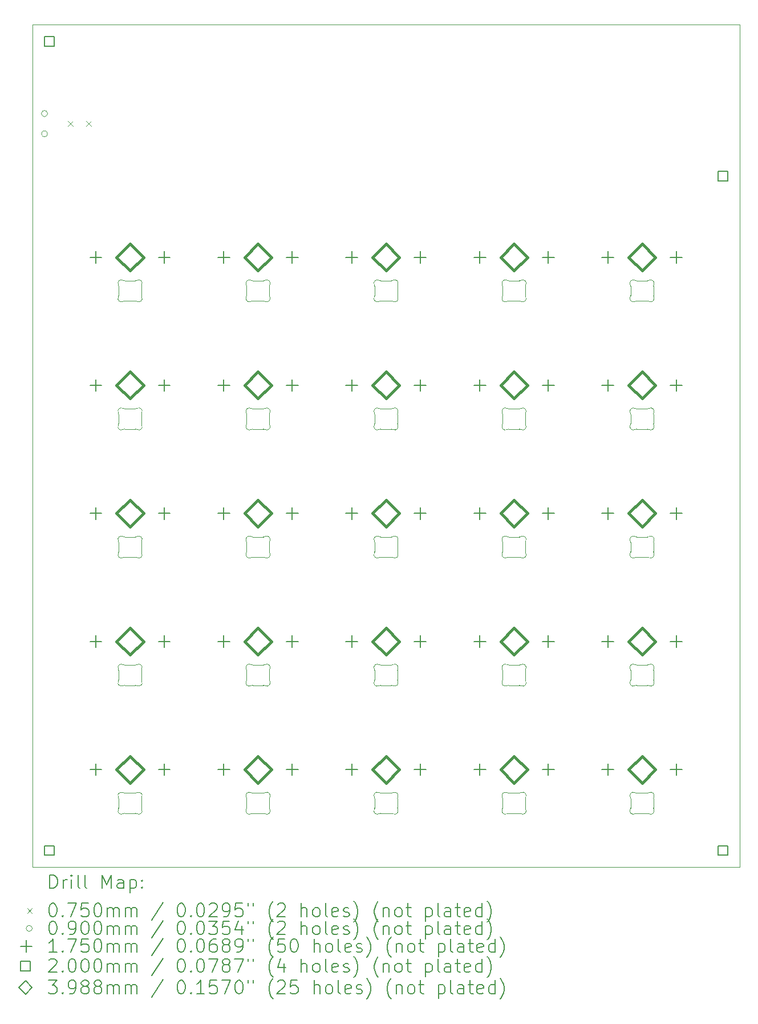
<source format=gbr>
%TF.GenerationSoftware,KiCad,Pcbnew,9.0.7*%
%TF.CreationDate,2026-02-15T13:29:55+05:00*%
%TF.ProjectId,ModuPad_v2,4d6f6475-5061-4645-9f76-322e6b696361,rev?*%
%TF.SameCoordinates,Original*%
%TF.FileFunction,Drillmap*%
%TF.FilePolarity,Positive*%
%FSLAX45Y45*%
G04 Gerber Fmt 4.5, Leading zero omitted, Abs format (unit mm)*
G04 Created by KiCad (PCBNEW 9.0.7) date 2026-02-15 13:29:55*
%MOMM*%
%LPD*%
G01*
G04 APERTURE LIST*
%ADD10C,0.050000*%
%ADD11C,0.100000*%
%ADD12C,0.200000*%
%ADD13C,0.175000*%
%ADD14C,0.398780*%
G04 APERTURE END LIST*
D10*
X5000000Y-5000000D02*
X15500000Y-5000000D01*
X15500000Y-17500000D01*
X5000000Y-17500000D01*
X5000000Y-5000000D01*
D11*
X11980000Y-12820284D02*
X11980000Y-12679716D01*
X12070555Y-12600000D02*
X12229445Y-12600000D01*
X12229445Y-12900000D02*
X12070555Y-12900000D01*
X12320000Y-12679716D02*
X12320000Y-12820284D01*
X11975052Y-12658028D02*
G75*
G02*
X11979998Y-12679716I-45052J-21682D01*
G01*
X11975052Y-12658028D02*
G75*
G02*
X12045329Y-12593170I45051J21688D01*
G01*
X11980000Y-12820284D02*
G75*
G02*
X11975052Y-12841972I-50036J8D01*
G01*
X12045329Y-12906830D02*
G75*
G02*
X11975052Y-12841972I-25226J43170D01*
G01*
X12045329Y-12906830D02*
G75*
G02*
X12070555Y-12900000I25226J-43171D01*
G01*
X12070555Y-12600000D02*
G75*
G02*
X12045329Y-12593170I0J50001D01*
G01*
X12229445Y-12900000D02*
G75*
G02*
X12254671Y-12906830I0J-50001D01*
G01*
X12254671Y-12593170D02*
G75*
G02*
X12229445Y-12600000I-25226J43171D01*
G01*
X12254671Y-12593170D02*
G75*
G02*
X12324948Y-12658028I25226J-43170D01*
G01*
X12320000Y-12679716D02*
G75*
G02*
X12324948Y-12658028I49999J0D01*
G01*
X12324948Y-12841972D02*
G75*
G02*
X12254671Y-12906830I-45051J-21688D01*
G01*
X12324948Y-12841972D02*
G75*
G02*
X12320000Y-12820284I45051J21688D01*
G01*
X8180000Y-12820284D02*
X8180000Y-12679716D01*
X8270555Y-12600000D02*
X8429445Y-12600000D01*
X8429445Y-12900000D02*
X8270555Y-12900000D01*
X8520000Y-12679716D02*
X8520000Y-12820284D01*
X8175052Y-12658028D02*
G75*
G02*
X8179998Y-12679716I-45052J-21682D01*
G01*
X8175052Y-12658028D02*
G75*
G02*
X8245329Y-12593170I45051J21688D01*
G01*
X8180000Y-12820284D02*
G75*
G02*
X8175052Y-12841972I-50036J8D01*
G01*
X8245329Y-12906830D02*
G75*
G02*
X8175052Y-12841972I-25226J43170D01*
G01*
X8245329Y-12906830D02*
G75*
G02*
X8270555Y-12900000I25226J-43171D01*
G01*
X8270555Y-12600000D02*
G75*
G02*
X8245329Y-12593170I0J50001D01*
G01*
X8429445Y-12900000D02*
G75*
G02*
X8454671Y-12906830I0J-50001D01*
G01*
X8454671Y-12593170D02*
G75*
G02*
X8429445Y-12600000I-25226J43171D01*
G01*
X8454671Y-12593170D02*
G75*
G02*
X8524948Y-12658028I25226J-43170D01*
G01*
X8520000Y-12679716D02*
G75*
G02*
X8524948Y-12658028I49999J0D01*
G01*
X8524948Y-12841972D02*
G75*
G02*
X8454671Y-12906830I-45051J-21688D01*
G01*
X8524948Y-12841972D02*
G75*
G02*
X8520000Y-12820284I45051J21688D01*
G01*
X6280000Y-12820284D02*
X6280000Y-12679716D01*
X6370555Y-12600000D02*
X6529445Y-12600000D01*
X6529445Y-12900000D02*
X6370555Y-12900000D01*
X6620000Y-12679716D02*
X6620000Y-12820284D01*
X6275052Y-12658028D02*
G75*
G02*
X6279998Y-12679716I-45052J-21682D01*
G01*
X6275052Y-12658028D02*
G75*
G02*
X6345329Y-12593170I45051J21688D01*
G01*
X6280000Y-12820284D02*
G75*
G02*
X6275052Y-12841972I-50036J8D01*
G01*
X6345329Y-12906830D02*
G75*
G02*
X6275052Y-12841972I-25226J43170D01*
G01*
X6345329Y-12906830D02*
G75*
G02*
X6370555Y-12900000I25226J-43171D01*
G01*
X6370555Y-12600000D02*
G75*
G02*
X6345329Y-12593170I0J50001D01*
G01*
X6529445Y-12900000D02*
G75*
G02*
X6554671Y-12906830I0J-50001D01*
G01*
X6554671Y-12593170D02*
G75*
G02*
X6529445Y-12600000I-25226J43171D01*
G01*
X6554671Y-12593170D02*
G75*
G02*
X6624948Y-12658028I25226J-43170D01*
G01*
X6620000Y-12679716D02*
G75*
G02*
X6624948Y-12658028I49999J0D01*
G01*
X6624948Y-12841972D02*
G75*
G02*
X6554671Y-12906830I-45051J-21688D01*
G01*
X6624948Y-12841972D02*
G75*
G02*
X6620000Y-12820284I45051J21688D01*
G01*
X10080000Y-14720284D02*
X10080000Y-14579716D01*
X10170555Y-14500000D02*
X10329445Y-14500000D01*
X10329445Y-14800000D02*
X10170555Y-14800000D01*
X10420000Y-14579716D02*
X10420000Y-14720284D01*
X10075052Y-14558028D02*
G75*
G02*
X10079998Y-14579716I-45052J-21682D01*
G01*
X10075052Y-14558028D02*
G75*
G02*
X10145329Y-14493170I45051J21688D01*
G01*
X10080000Y-14720284D02*
G75*
G02*
X10075052Y-14741972I-50036J8D01*
G01*
X10145329Y-14806830D02*
G75*
G02*
X10075052Y-14741972I-25226J43170D01*
G01*
X10145329Y-14806830D02*
G75*
G02*
X10170555Y-14800000I25226J-43171D01*
G01*
X10170555Y-14500000D02*
G75*
G02*
X10145329Y-14493170I0J50001D01*
G01*
X10329445Y-14800000D02*
G75*
G02*
X10354671Y-14806830I0J-50001D01*
G01*
X10354671Y-14493170D02*
G75*
G02*
X10329445Y-14500000I-25226J43171D01*
G01*
X10354671Y-14493170D02*
G75*
G02*
X10424948Y-14558028I25226J-43170D01*
G01*
X10420000Y-14579716D02*
G75*
G02*
X10424948Y-14558028I49999J0D01*
G01*
X10424948Y-14741972D02*
G75*
G02*
X10354671Y-14806830I-45051J-21688D01*
G01*
X10424948Y-14741972D02*
G75*
G02*
X10420000Y-14720284I45051J21688D01*
G01*
X10080000Y-10920284D02*
X10080000Y-10779716D01*
X10170555Y-10700000D02*
X10329445Y-10700000D01*
X10329445Y-11000000D02*
X10170555Y-11000000D01*
X10420000Y-10779716D02*
X10420000Y-10920284D01*
X10075052Y-10758028D02*
G75*
G02*
X10079998Y-10779716I-45052J-21682D01*
G01*
X10075052Y-10758028D02*
G75*
G02*
X10145329Y-10693170I45051J21688D01*
G01*
X10080000Y-10920284D02*
G75*
G02*
X10075052Y-10941972I-50036J8D01*
G01*
X10145329Y-11006830D02*
G75*
G02*
X10075052Y-10941972I-25226J43170D01*
G01*
X10145329Y-11006830D02*
G75*
G02*
X10170555Y-11000000I25226J-43171D01*
G01*
X10170555Y-10700000D02*
G75*
G02*
X10145329Y-10693170I0J50001D01*
G01*
X10329445Y-11000000D02*
G75*
G02*
X10354671Y-11006830I0J-50001D01*
G01*
X10354671Y-10693170D02*
G75*
G02*
X10329445Y-10700000I-25226J43171D01*
G01*
X10354671Y-10693170D02*
G75*
G02*
X10424948Y-10758028I25226J-43170D01*
G01*
X10420000Y-10779716D02*
G75*
G02*
X10424948Y-10758028I49999J0D01*
G01*
X10424948Y-10941972D02*
G75*
G02*
X10354671Y-11006830I-45051J-21688D01*
G01*
X10424948Y-10941972D02*
G75*
G02*
X10420000Y-10920284I45051J21688D01*
G01*
X6280000Y-16620284D02*
X6280000Y-16479716D01*
X6370555Y-16400000D02*
X6529445Y-16400000D01*
X6529445Y-16700000D02*
X6370555Y-16700000D01*
X6620000Y-16479716D02*
X6620000Y-16620284D01*
X6275052Y-16458028D02*
G75*
G02*
X6279998Y-16479716I-45052J-21682D01*
G01*
X6275052Y-16458028D02*
G75*
G02*
X6345329Y-16393170I45051J21688D01*
G01*
X6280000Y-16620284D02*
G75*
G02*
X6275052Y-16641972I-50036J8D01*
G01*
X6345329Y-16706830D02*
G75*
G02*
X6275052Y-16641972I-25226J43170D01*
G01*
X6345329Y-16706830D02*
G75*
G02*
X6370555Y-16700000I25226J-43171D01*
G01*
X6370555Y-16400000D02*
G75*
G02*
X6345329Y-16393170I0J50001D01*
G01*
X6529445Y-16700000D02*
G75*
G02*
X6554671Y-16706830I0J-50001D01*
G01*
X6554671Y-16393170D02*
G75*
G02*
X6529445Y-16400000I-25226J43171D01*
G01*
X6554671Y-16393170D02*
G75*
G02*
X6624948Y-16458028I25226J-43170D01*
G01*
X6620000Y-16479716D02*
G75*
G02*
X6624948Y-16458028I49999J0D01*
G01*
X6624948Y-16641972D02*
G75*
G02*
X6554671Y-16706830I-45051J-21688D01*
G01*
X6624948Y-16641972D02*
G75*
G02*
X6620000Y-16620284I45051J21688D01*
G01*
X11980000Y-10920284D02*
X11980000Y-10779716D01*
X12070555Y-10700000D02*
X12229445Y-10700000D01*
X12229445Y-11000000D02*
X12070555Y-11000000D01*
X12320000Y-10779716D02*
X12320000Y-10920284D01*
X11975052Y-10758028D02*
G75*
G02*
X11979998Y-10779716I-45052J-21682D01*
G01*
X11975052Y-10758028D02*
G75*
G02*
X12045329Y-10693170I45051J21688D01*
G01*
X11980000Y-10920284D02*
G75*
G02*
X11975052Y-10941972I-50036J8D01*
G01*
X12045329Y-11006830D02*
G75*
G02*
X11975052Y-10941972I-25226J43170D01*
G01*
X12045329Y-11006830D02*
G75*
G02*
X12070555Y-11000000I25226J-43171D01*
G01*
X12070555Y-10700000D02*
G75*
G02*
X12045329Y-10693170I0J50001D01*
G01*
X12229445Y-11000000D02*
G75*
G02*
X12254671Y-11006830I0J-50001D01*
G01*
X12254671Y-10693170D02*
G75*
G02*
X12229445Y-10700000I-25226J43171D01*
G01*
X12254671Y-10693170D02*
G75*
G02*
X12324948Y-10758028I25226J-43170D01*
G01*
X12320000Y-10779716D02*
G75*
G02*
X12324948Y-10758028I49999J0D01*
G01*
X12324948Y-10941972D02*
G75*
G02*
X12254671Y-11006830I-45051J-21688D01*
G01*
X12324948Y-10941972D02*
G75*
G02*
X12320000Y-10920284I45051J21688D01*
G01*
X13880000Y-10920284D02*
X13880000Y-10779716D01*
X13970555Y-10700000D02*
X14129445Y-10700000D01*
X14129445Y-11000000D02*
X13970555Y-11000000D01*
X14220000Y-10779716D02*
X14220000Y-10920284D01*
X13875052Y-10758028D02*
G75*
G02*
X13879998Y-10779716I-45052J-21682D01*
G01*
X13875052Y-10758028D02*
G75*
G02*
X13945329Y-10693170I45051J21688D01*
G01*
X13880000Y-10920284D02*
G75*
G02*
X13875052Y-10941972I-50036J8D01*
G01*
X13945329Y-11006830D02*
G75*
G02*
X13875052Y-10941972I-25226J43170D01*
G01*
X13945329Y-11006830D02*
G75*
G02*
X13970555Y-11000000I25226J-43171D01*
G01*
X13970555Y-10700000D02*
G75*
G02*
X13945329Y-10693170I0J50001D01*
G01*
X14129445Y-11000000D02*
G75*
G02*
X14154671Y-11006830I0J-50001D01*
G01*
X14154671Y-10693170D02*
G75*
G02*
X14129445Y-10700000I-25226J43171D01*
G01*
X14154671Y-10693170D02*
G75*
G02*
X14224948Y-10758028I25226J-43170D01*
G01*
X14220000Y-10779716D02*
G75*
G02*
X14224948Y-10758028I49999J0D01*
G01*
X14224948Y-10941972D02*
G75*
G02*
X14154671Y-11006830I-45051J-21688D01*
G01*
X14224948Y-10941972D02*
G75*
G02*
X14220000Y-10920284I45051J21688D01*
G01*
X6280000Y-9020284D02*
X6280000Y-8879716D01*
X6370555Y-8800000D02*
X6529445Y-8800000D01*
X6529445Y-9100000D02*
X6370555Y-9100000D01*
X6620000Y-8879716D02*
X6620000Y-9020284D01*
X6275052Y-8858028D02*
G75*
G02*
X6279998Y-8879716I-45052J-21682D01*
G01*
X6275052Y-8858028D02*
G75*
G02*
X6345329Y-8793170I45051J21688D01*
G01*
X6280000Y-9020284D02*
G75*
G02*
X6275052Y-9041972I-50036J8D01*
G01*
X6345329Y-9106830D02*
G75*
G02*
X6275052Y-9041972I-25226J43170D01*
G01*
X6345329Y-9106830D02*
G75*
G02*
X6370555Y-9100000I25226J-43171D01*
G01*
X6370555Y-8800000D02*
G75*
G02*
X6345329Y-8793170I0J50001D01*
G01*
X6529445Y-9100000D02*
G75*
G02*
X6554671Y-9106830I0J-50001D01*
G01*
X6554671Y-8793170D02*
G75*
G02*
X6529445Y-8800000I-25226J43171D01*
G01*
X6554671Y-8793170D02*
G75*
G02*
X6624948Y-8858028I25226J-43170D01*
G01*
X6620000Y-8879716D02*
G75*
G02*
X6624948Y-8858028I49999J0D01*
G01*
X6624948Y-9041972D02*
G75*
G02*
X6554671Y-9106830I-45051J-21688D01*
G01*
X6624948Y-9041972D02*
G75*
G02*
X6620000Y-9020284I45051J21688D01*
G01*
X6280000Y-10920284D02*
X6280000Y-10779716D01*
X6370555Y-10700000D02*
X6529445Y-10700000D01*
X6529445Y-11000000D02*
X6370555Y-11000000D01*
X6620000Y-10779716D02*
X6620000Y-10920284D01*
X6275052Y-10758028D02*
G75*
G02*
X6279998Y-10779716I-45052J-21682D01*
G01*
X6275052Y-10758028D02*
G75*
G02*
X6345329Y-10693170I45051J21688D01*
G01*
X6280000Y-10920284D02*
G75*
G02*
X6275052Y-10941972I-50036J8D01*
G01*
X6345329Y-11006830D02*
G75*
G02*
X6275052Y-10941972I-25226J43170D01*
G01*
X6345329Y-11006830D02*
G75*
G02*
X6370555Y-11000000I25226J-43171D01*
G01*
X6370555Y-10700000D02*
G75*
G02*
X6345329Y-10693170I0J50001D01*
G01*
X6529445Y-11000000D02*
G75*
G02*
X6554671Y-11006830I0J-50001D01*
G01*
X6554671Y-10693170D02*
G75*
G02*
X6529445Y-10700000I-25226J43171D01*
G01*
X6554671Y-10693170D02*
G75*
G02*
X6624948Y-10758028I25226J-43170D01*
G01*
X6620000Y-10779716D02*
G75*
G02*
X6624948Y-10758028I49999J0D01*
G01*
X6624948Y-10941972D02*
G75*
G02*
X6554671Y-11006830I-45051J-21688D01*
G01*
X6624948Y-10941972D02*
G75*
G02*
X6620000Y-10920284I45051J21688D01*
G01*
X8180000Y-14720284D02*
X8180000Y-14579716D01*
X8270555Y-14500000D02*
X8429445Y-14500000D01*
X8429445Y-14800000D02*
X8270555Y-14800000D01*
X8520000Y-14579716D02*
X8520000Y-14720284D01*
X8175052Y-14558028D02*
G75*
G02*
X8179998Y-14579716I-45052J-21682D01*
G01*
X8175052Y-14558028D02*
G75*
G02*
X8245329Y-14493170I45051J21688D01*
G01*
X8180000Y-14720284D02*
G75*
G02*
X8175052Y-14741972I-50036J8D01*
G01*
X8245329Y-14806830D02*
G75*
G02*
X8175052Y-14741972I-25226J43170D01*
G01*
X8245329Y-14806830D02*
G75*
G02*
X8270555Y-14800000I25226J-43171D01*
G01*
X8270555Y-14500000D02*
G75*
G02*
X8245329Y-14493170I0J50001D01*
G01*
X8429445Y-14800000D02*
G75*
G02*
X8454671Y-14806830I0J-50001D01*
G01*
X8454671Y-14493170D02*
G75*
G02*
X8429445Y-14500000I-25226J43171D01*
G01*
X8454671Y-14493170D02*
G75*
G02*
X8524948Y-14558028I25226J-43170D01*
G01*
X8520000Y-14579716D02*
G75*
G02*
X8524948Y-14558028I49999J0D01*
G01*
X8524948Y-14741972D02*
G75*
G02*
X8454671Y-14806830I-45051J-21688D01*
G01*
X8524948Y-14741972D02*
G75*
G02*
X8520000Y-14720284I45051J21688D01*
G01*
X8180000Y-9020284D02*
X8180000Y-8879716D01*
X8270555Y-8800000D02*
X8429445Y-8800000D01*
X8429445Y-9100000D02*
X8270555Y-9100000D01*
X8520000Y-8879716D02*
X8520000Y-9020284D01*
X8175052Y-8858028D02*
G75*
G02*
X8179998Y-8879716I-45052J-21682D01*
G01*
X8175052Y-8858028D02*
G75*
G02*
X8245329Y-8793170I45051J21688D01*
G01*
X8180000Y-9020284D02*
G75*
G02*
X8175052Y-9041972I-50036J8D01*
G01*
X8245329Y-9106830D02*
G75*
G02*
X8175052Y-9041972I-25226J43170D01*
G01*
X8245329Y-9106830D02*
G75*
G02*
X8270555Y-9100000I25226J-43171D01*
G01*
X8270555Y-8800000D02*
G75*
G02*
X8245329Y-8793170I0J50001D01*
G01*
X8429445Y-9100000D02*
G75*
G02*
X8454671Y-9106830I0J-50001D01*
G01*
X8454671Y-8793170D02*
G75*
G02*
X8429445Y-8800000I-25226J43171D01*
G01*
X8454671Y-8793170D02*
G75*
G02*
X8524948Y-8858028I25226J-43170D01*
G01*
X8520000Y-8879716D02*
G75*
G02*
X8524948Y-8858028I49999J0D01*
G01*
X8524948Y-9041972D02*
G75*
G02*
X8454671Y-9106830I-45051J-21688D01*
G01*
X8524948Y-9041972D02*
G75*
G02*
X8520000Y-9020284I45051J21688D01*
G01*
X10080000Y-16620284D02*
X10080000Y-16479716D01*
X10170555Y-16400000D02*
X10329445Y-16400000D01*
X10329445Y-16700000D02*
X10170555Y-16700000D01*
X10420000Y-16479716D02*
X10420000Y-16620284D01*
X10075052Y-16458028D02*
G75*
G02*
X10079998Y-16479716I-45052J-21682D01*
G01*
X10075052Y-16458028D02*
G75*
G02*
X10145329Y-16393170I45051J21688D01*
G01*
X10080000Y-16620284D02*
G75*
G02*
X10075052Y-16641972I-50036J8D01*
G01*
X10145329Y-16706830D02*
G75*
G02*
X10075052Y-16641972I-25226J43170D01*
G01*
X10145329Y-16706830D02*
G75*
G02*
X10170555Y-16700000I25226J-43171D01*
G01*
X10170555Y-16400000D02*
G75*
G02*
X10145329Y-16393170I0J50001D01*
G01*
X10329445Y-16700000D02*
G75*
G02*
X10354671Y-16706830I0J-50001D01*
G01*
X10354671Y-16393170D02*
G75*
G02*
X10329445Y-16400000I-25226J43171D01*
G01*
X10354671Y-16393170D02*
G75*
G02*
X10424948Y-16458028I25226J-43170D01*
G01*
X10420000Y-16479716D02*
G75*
G02*
X10424948Y-16458028I49999J0D01*
G01*
X10424948Y-16641972D02*
G75*
G02*
X10354671Y-16706830I-45051J-21688D01*
G01*
X10424948Y-16641972D02*
G75*
G02*
X10420000Y-16620284I45051J21688D01*
G01*
X11980000Y-9020284D02*
X11980000Y-8879716D01*
X12070555Y-8800000D02*
X12229445Y-8800000D01*
X12229445Y-9100000D02*
X12070555Y-9100000D01*
X12320000Y-8879716D02*
X12320000Y-9020284D01*
X11975052Y-8858028D02*
G75*
G02*
X11979998Y-8879716I-45052J-21682D01*
G01*
X11975052Y-8858028D02*
G75*
G02*
X12045329Y-8793170I45051J21688D01*
G01*
X11980000Y-9020284D02*
G75*
G02*
X11975052Y-9041972I-50036J8D01*
G01*
X12045329Y-9106830D02*
G75*
G02*
X11975052Y-9041972I-25226J43170D01*
G01*
X12045329Y-9106830D02*
G75*
G02*
X12070555Y-9100000I25226J-43171D01*
G01*
X12070555Y-8800000D02*
G75*
G02*
X12045329Y-8793170I0J50001D01*
G01*
X12229445Y-9100000D02*
G75*
G02*
X12254671Y-9106830I0J-50001D01*
G01*
X12254671Y-8793170D02*
G75*
G02*
X12229445Y-8800000I-25226J43171D01*
G01*
X12254671Y-8793170D02*
G75*
G02*
X12324948Y-8858028I25226J-43170D01*
G01*
X12320000Y-8879716D02*
G75*
G02*
X12324948Y-8858028I49999J0D01*
G01*
X12324948Y-9041972D02*
G75*
G02*
X12254671Y-9106830I-45051J-21688D01*
G01*
X12324948Y-9041972D02*
G75*
G02*
X12320000Y-9020284I45051J21688D01*
G01*
X10080000Y-12820284D02*
X10080000Y-12679716D01*
X10170555Y-12600000D02*
X10329445Y-12600000D01*
X10329445Y-12900000D02*
X10170555Y-12900000D01*
X10420000Y-12679716D02*
X10420000Y-12820284D01*
X10075052Y-12658028D02*
G75*
G02*
X10079998Y-12679716I-45052J-21682D01*
G01*
X10075052Y-12658028D02*
G75*
G02*
X10145329Y-12593170I45051J21688D01*
G01*
X10080000Y-12820284D02*
G75*
G02*
X10075052Y-12841972I-50036J8D01*
G01*
X10145329Y-12906830D02*
G75*
G02*
X10075052Y-12841972I-25226J43170D01*
G01*
X10145329Y-12906830D02*
G75*
G02*
X10170555Y-12900000I25226J-43171D01*
G01*
X10170555Y-12600000D02*
G75*
G02*
X10145329Y-12593170I0J50001D01*
G01*
X10329445Y-12900000D02*
G75*
G02*
X10354671Y-12906830I0J-50001D01*
G01*
X10354671Y-12593170D02*
G75*
G02*
X10329445Y-12600000I-25226J43171D01*
G01*
X10354671Y-12593170D02*
G75*
G02*
X10424948Y-12658028I25226J-43170D01*
G01*
X10420000Y-12679716D02*
G75*
G02*
X10424948Y-12658028I49999J0D01*
G01*
X10424948Y-12841972D02*
G75*
G02*
X10354671Y-12906830I-45051J-21688D01*
G01*
X10424948Y-12841972D02*
G75*
G02*
X10420000Y-12820284I45051J21688D01*
G01*
X6280000Y-14720284D02*
X6280000Y-14579716D01*
X6370555Y-14500000D02*
X6529445Y-14500000D01*
X6529445Y-14800000D02*
X6370555Y-14800000D01*
X6620000Y-14579716D02*
X6620000Y-14720284D01*
X6275052Y-14558028D02*
G75*
G02*
X6279998Y-14579716I-45052J-21682D01*
G01*
X6275052Y-14558028D02*
G75*
G02*
X6345329Y-14493170I45051J21688D01*
G01*
X6280000Y-14720284D02*
G75*
G02*
X6275052Y-14741972I-50036J8D01*
G01*
X6345329Y-14806830D02*
G75*
G02*
X6275052Y-14741972I-25226J43170D01*
G01*
X6345329Y-14806830D02*
G75*
G02*
X6370555Y-14800000I25226J-43171D01*
G01*
X6370555Y-14500000D02*
G75*
G02*
X6345329Y-14493170I0J50001D01*
G01*
X6529445Y-14800000D02*
G75*
G02*
X6554671Y-14806830I0J-50001D01*
G01*
X6554671Y-14493170D02*
G75*
G02*
X6529445Y-14500000I-25226J43171D01*
G01*
X6554671Y-14493170D02*
G75*
G02*
X6624948Y-14558028I25226J-43170D01*
G01*
X6620000Y-14579716D02*
G75*
G02*
X6624948Y-14558028I49999J0D01*
G01*
X6624948Y-14741972D02*
G75*
G02*
X6554671Y-14806830I-45051J-21688D01*
G01*
X6624948Y-14741972D02*
G75*
G02*
X6620000Y-14720284I45051J21688D01*
G01*
X11980000Y-16620284D02*
X11980000Y-16479716D01*
X12070555Y-16400000D02*
X12229445Y-16400000D01*
X12229445Y-16700000D02*
X12070555Y-16700000D01*
X12320000Y-16479716D02*
X12320000Y-16620284D01*
X11975052Y-16458028D02*
G75*
G02*
X11979998Y-16479716I-45052J-21682D01*
G01*
X11975052Y-16458028D02*
G75*
G02*
X12045329Y-16393170I45051J21688D01*
G01*
X11980000Y-16620284D02*
G75*
G02*
X11975052Y-16641972I-50036J8D01*
G01*
X12045329Y-16706830D02*
G75*
G02*
X11975052Y-16641972I-25226J43170D01*
G01*
X12045329Y-16706830D02*
G75*
G02*
X12070555Y-16700000I25226J-43171D01*
G01*
X12070555Y-16400000D02*
G75*
G02*
X12045329Y-16393170I0J50001D01*
G01*
X12229445Y-16700000D02*
G75*
G02*
X12254671Y-16706830I0J-50001D01*
G01*
X12254671Y-16393170D02*
G75*
G02*
X12229445Y-16400000I-25226J43171D01*
G01*
X12254671Y-16393170D02*
G75*
G02*
X12324948Y-16458028I25226J-43170D01*
G01*
X12320000Y-16479716D02*
G75*
G02*
X12324948Y-16458028I49999J0D01*
G01*
X12324948Y-16641972D02*
G75*
G02*
X12254671Y-16706830I-45051J-21688D01*
G01*
X12324948Y-16641972D02*
G75*
G02*
X12320000Y-16620284I45051J21688D01*
G01*
X8180000Y-10920284D02*
X8180000Y-10779716D01*
X8270555Y-10700000D02*
X8429445Y-10700000D01*
X8429445Y-11000000D02*
X8270555Y-11000000D01*
X8520000Y-10779716D02*
X8520000Y-10920284D01*
X8175052Y-10758028D02*
G75*
G02*
X8179998Y-10779716I-45052J-21682D01*
G01*
X8175052Y-10758028D02*
G75*
G02*
X8245329Y-10693170I45051J21688D01*
G01*
X8180000Y-10920284D02*
G75*
G02*
X8175052Y-10941972I-50036J8D01*
G01*
X8245329Y-11006830D02*
G75*
G02*
X8175052Y-10941972I-25226J43170D01*
G01*
X8245329Y-11006830D02*
G75*
G02*
X8270555Y-11000000I25226J-43171D01*
G01*
X8270555Y-10700000D02*
G75*
G02*
X8245329Y-10693170I0J50001D01*
G01*
X8429445Y-11000000D02*
G75*
G02*
X8454671Y-11006830I0J-50001D01*
G01*
X8454671Y-10693170D02*
G75*
G02*
X8429445Y-10700000I-25226J43171D01*
G01*
X8454671Y-10693170D02*
G75*
G02*
X8524948Y-10758028I25226J-43170D01*
G01*
X8520000Y-10779716D02*
G75*
G02*
X8524948Y-10758028I49999J0D01*
G01*
X8524948Y-10941972D02*
G75*
G02*
X8454671Y-11006830I-45051J-21688D01*
G01*
X8524948Y-10941972D02*
G75*
G02*
X8520000Y-10920284I45051J21688D01*
G01*
X8180000Y-16620284D02*
X8180000Y-16479716D01*
X8270555Y-16400000D02*
X8429445Y-16400000D01*
X8429445Y-16700000D02*
X8270555Y-16700000D01*
X8520000Y-16479716D02*
X8520000Y-16620284D01*
X8175052Y-16458028D02*
G75*
G02*
X8179998Y-16479716I-45052J-21682D01*
G01*
X8175052Y-16458028D02*
G75*
G02*
X8245329Y-16393170I45051J21688D01*
G01*
X8180000Y-16620284D02*
G75*
G02*
X8175052Y-16641972I-50036J8D01*
G01*
X8245329Y-16706830D02*
G75*
G02*
X8175052Y-16641972I-25226J43170D01*
G01*
X8245329Y-16706830D02*
G75*
G02*
X8270555Y-16700000I25226J-43171D01*
G01*
X8270555Y-16400000D02*
G75*
G02*
X8245329Y-16393170I0J50001D01*
G01*
X8429445Y-16700000D02*
G75*
G02*
X8454671Y-16706830I0J-50001D01*
G01*
X8454671Y-16393170D02*
G75*
G02*
X8429445Y-16400000I-25226J43171D01*
G01*
X8454671Y-16393170D02*
G75*
G02*
X8524948Y-16458028I25226J-43170D01*
G01*
X8520000Y-16479716D02*
G75*
G02*
X8524948Y-16458028I49999J0D01*
G01*
X8524948Y-16641972D02*
G75*
G02*
X8454671Y-16706830I-45051J-21688D01*
G01*
X8524948Y-16641972D02*
G75*
G02*
X8520000Y-16620284I45051J21688D01*
G01*
X13880000Y-9020284D02*
X13880000Y-8879716D01*
X13970555Y-8800000D02*
X14129445Y-8800000D01*
X14129445Y-9100000D02*
X13970555Y-9100000D01*
X14220000Y-8879716D02*
X14220000Y-9020284D01*
X13875052Y-8858028D02*
G75*
G02*
X13879998Y-8879716I-45052J-21682D01*
G01*
X13875052Y-8858028D02*
G75*
G02*
X13945329Y-8793170I45051J21688D01*
G01*
X13880000Y-9020284D02*
G75*
G02*
X13875052Y-9041972I-50036J8D01*
G01*
X13945329Y-9106830D02*
G75*
G02*
X13875052Y-9041972I-25226J43170D01*
G01*
X13945329Y-9106830D02*
G75*
G02*
X13970555Y-9100000I25226J-43171D01*
G01*
X13970555Y-8800000D02*
G75*
G02*
X13945329Y-8793170I0J50001D01*
G01*
X14129445Y-9100000D02*
G75*
G02*
X14154671Y-9106830I0J-50001D01*
G01*
X14154671Y-8793170D02*
G75*
G02*
X14129445Y-8800000I-25226J43171D01*
G01*
X14154671Y-8793170D02*
G75*
G02*
X14224948Y-8858028I25226J-43170D01*
G01*
X14220000Y-8879716D02*
G75*
G02*
X14224948Y-8858028I49999J0D01*
G01*
X14224948Y-9041972D02*
G75*
G02*
X14154671Y-9106830I-45051J-21688D01*
G01*
X14224948Y-9041972D02*
G75*
G02*
X14220000Y-9020284I45051J21688D01*
G01*
X10080000Y-9020284D02*
X10080000Y-8879716D01*
X10170555Y-8800000D02*
X10329445Y-8800000D01*
X10329445Y-9100000D02*
X10170555Y-9100000D01*
X10420000Y-8879716D02*
X10420000Y-9020284D01*
X10075052Y-8858028D02*
G75*
G02*
X10079998Y-8879716I-45052J-21682D01*
G01*
X10075052Y-8858028D02*
G75*
G02*
X10145329Y-8793170I45051J21688D01*
G01*
X10080000Y-9020284D02*
G75*
G02*
X10075052Y-9041972I-50036J8D01*
G01*
X10145329Y-9106830D02*
G75*
G02*
X10075052Y-9041972I-25226J43170D01*
G01*
X10145329Y-9106830D02*
G75*
G02*
X10170555Y-9100000I25226J-43171D01*
G01*
X10170555Y-8800000D02*
G75*
G02*
X10145329Y-8793170I0J50001D01*
G01*
X10329445Y-9100000D02*
G75*
G02*
X10354671Y-9106830I0J-50001D01*
G01*
X10354671Y-8793170D02*
G75*
G02*
X10329445Y-8800000I-25226J43171D01*
G01*
X10354671Y-8793170D02*
G75*
G02*
X10424948Y-8858028I25226J-43170D01*
G01*
X10420000Y-8879716D02*
G75*
G02*
X10424948Y-8858028I49999J0D01*
G01*
X10424948Y-9041972D02*
G75*
G02*
X10354671Y-9106830I-45051J-21688D01*
G01*
X10424948Y-9041972D02*
G75*
G02*
X10420000Y-9020284I45051J21688D01*
G01*
X13880000Y-14720284D02*
X13880000Y-14579716D01*
X13970555Y-14500000D02*
X14129445Y-14500000D01*
X14129445Y-14800000D02*
X13970555Y-14800000D01*
X14220000Y-14579716D02*
X14220000Y-14720284D01*
X13875052Y-14558028D02*
G75*
G02*
X13879998Y-14579716I-45052J-21682D01*
G01*
X13875052Y-14558028D02*
G75*
G02*
X13945329Y-14493170I45051J21688D01*
G01*
X13880000Y-14720284D02*
G75*
G02*
X13875052Y-14741972I-50036J8D01*
G01*
X13945329Y-14806830D02*
G75*
G02*
X13875052Y-14741972I-25226J43170D01*
G01*
X13945329Y-14806830D02*
G75*
G02*
X13970555Y-14800000I25226J-43171D01*
G01*
X13970555Y-14500000D02*
G75*
G02*
X13945329Y-14493170I0J50001D01*
G01*
X14129445Y-14800000D02*
G75*
G02*
X14154671Y-14806830I0J-50001D01*
G01*
X14154671Y-14493170D02*
G75*
G02*
X14129445Y-14500000I-25226J43171D01*
G01*
X14154671Y-14493170D02*
G75*
G02*
X14224948Y-14558028I25226J-43170D01*
G01*
X14220000Y-14579716D02*
G75*
G02*
X14224948Y-14558028I49999J0D01*
G01*
X14224948Y-14741972D02*
G75*
G02*
X14154671Y-14806830I-45051J-21688D01*
G01*
X14224948Y-14741972D02*
G75*
G02*
X14220000Y-14720284I45051J21688D01*
G01*
X13880000Y-12820284D02*
X13880000Y-12679716D01*
X13970555Y-12600000D02*
X14129445Y-12600000D01*
X14129445Y-12900000D02*
X13970555Y-12900000D01*
X14220000Y-12679716D02*
X14220000Y-12820284D01*
X13875052Y-12658028D02*
G75*
G02*
X13879998Y-12679716I-45052J-21682D01*
G01*
X13875052Y-12658028D02*
G75*
G02*
X13945329Y-12593170I45051J21688D01*
G01*
X13880000Y-12820284D02*
G75*
G02*
X13875052Y-12841972I-50036J8D01*
G01*
X13945329Y-12906830D02*
G75*
G02*
X13875052Y-12841972I-25226J43170D01*
G01*
X13945329Y-12906830D02*
G75*
G02*
X13970555Y-12900000I25226J-43171D01*
G01*
X13970555Y-12600000D02*
G75*
G02*
X13945329Y-12593170I0J50001D01*
G01*
X14129445Y-12900000D02*
G75*
G02*
X14154671Y-12906830I0J-50001D01*
G01*
X14154671Y-12593170D02*
G75*
G02*
X14129445Y-12600000I-25226J43171D01*
G01*
X14154671Y-12593170D02*
G75*
G02*
X14224948Y-12658028I25226J-43170D01*
G01*
X14220000Y-12679716D02*
G75*
G02*
X14224948Y-12658028I49999J0D01*
G01*
X14224948Y-12841972D02*
G75*
G02*
X14154671Y-12906830I-45051J-21688D01*
G01*
X14224948Y-12841972D02*
G75*
G02*
X14220000Y-12820284I45051J21688D01*
G01*
X13880000Y-16620284D02*
X13880000Y-16479716D01*
X13970555Y-16400000D02*
X14129445Y-16400000D01*
X14129445Y-16700000D02*
X13970555Y-16700000D01*
X14220000Y-16479716D02*
X14220000Y-16620284D01*
X13875052Y-16458028D02*
G75*
G02*
X13879998Y-16479716I-45052J-21682D01*
G01*
X13875052Y-16458028D02*
G75*
G02*
X13945329Y-16393170I45051J21688D01*
G01*
X13880000Y-16620284D02*
G75*
G02*
X13875052Y-16641972I-50036J8D01*
G01*
X13945329Y-16706830D02*
G75*
G02*
X13875052Y-16641972I-25226J43170D01*
G01*
X13945329Y-16706830D02*
G75*
G02*
X13970555Y-16700000I25226J-43171D01*
G01*
X13970555Y-16400000D02*
G75*
G02*
X13945329Y-16393170I0J50001D01*
G01*
X14129445Y-16700000D02*
G75*
G02*
X14154671Y-16706830I0J-50001D01*
G01*
X14154671Y-16393170D02*
G75*
G02*
X14129445Y-16400000I-25226J43171D01*
G01*
X14154671Y-16393170D02*
G75*
G02*
X14224948Y-16458028I25226J-43170D01*
G01*
X14220000Y-16479716D02*
G75*
G02*
X14224948Y-16458028I49999J0D01*
G01*
X14224948Y-16641972D02*
G75*
G02*
X14154671Y-16706830I-45051J-21688D01*
G01*
X14224948Y-16641972D02*
G75*
G02*
X14220000Y-16620284I45051J21688D01*
G01*
X11980000Y-14720284D02*
X11980000Y-14579716D01*
X12070555Y-14500000D02*
X12229445Y-14500000D01*
X12229445Y-14800000D02*
X12070555Y-14800000D01*
X12320000Y-14579716D02*
X12320000Y-14720284D01*
X11975052Y-14558028D02*
G75*
G02*
X11979998Y-14579716I-45052J-21682D01*
G01*
X11975052Y-14558028D02*
G75*
G02*
X12045329Y-14493170I45051J21688D01*
G01*
X11980000Y-14720284D02*
G75*
G02*
X11975052Y-14741972I-50036J8D01*
G01*
X12045329Y-14806830D02*
G75*
G02*
X11975052Y-14741972I-25226J43170D01*
G01*
X12045329Y-14806830D02*
G75*
G02*
X12070555Y-14800000I25226J-43171D01*
G01*
X12070555Y-14500000D02*
G75*
G02*
X12045329Y-14493170I0J50001D01*
G01*
X12229445Y-14800000D02*
G75*
G02*
X12254671Y-14806830I0J-50001D01*
G01*
X12254671Y-14493170D02*
G75*
G02*
X12229445Y-14500000I-25226J43171D01*
G01*
X12254671Y-14493170D02*
G75*
G02*
X12324948Y-14558028I25226J-43170D01*
G01*
X12320000Y-14579716D02*
G75*
G02*
X12324948Y-14558028I49999J0D01*
G01*
X12324948Y-14741972D02*
G75*
G02*
X12254671Y-14806830I-45051J-21688D01*
G01*
X12324948Y-14741972D02*
G75*
G02*
X12320000Y-14720284I45051J21688D01*
G01*
D12*
D11*
X5525000Y-6432500D02*
X5600000Y-6507500D01*
X5600000Y-6432500D02*
X5525000Y-6507500D01*
X5800000Y-6432500D02*
X5875000Y-6507500D01*
X5875000Y-6432500D02*
X5800000Y-6507500D01*
X5225000Y-6320000D02*
G75*
G02*
X5135000Y-6320000I-45000J0D01*
G01*
X5135000Y-6320000D02*
G75*
G02*
X5225000Y-6320000I45000J0D01*
G01*
X5225000Y-6620000D02*
G75*
G02*
X5135000Y-6620000I-45000J0D01*
G01*
X5135000Y-6620000D02*
G75*
G02*
X5225000Y-6620000I45000J0D01*
G01*
D13*
X5942000Y-8362500D02*
X5942000Y-8537500D01*
X5854500Y-8450000D02*
X6029500Y-8450000D01*
X5942000Y-10262500D02*
X5942000Y-10437500D01*
X5854500Y-10350000D02*
X6029500Y-10350000D01*
X5942000Y-12162500D02*
X5942000Y-12337500D01*
X5854500Y-12250000D02*
X6029500Y-12250000D01*
X5942000Y-14062500D02*
X5942000Y-14237500D01*
X5854500Y-14150000D02*
X6029500Y-14150000D01*
X5942000Y-15962500D02*
X5942000Y-16137500D01*
X5854500Y-16050000D02*
X6029500Y-16050000D01*
X6958000Y-8362500D02*
X6958000Y-8537500D01*
X6870500Y-8450000D02*
X7045500Y-8450000D01*
X6958000Y-10262500D02*
X6958000Y-10437500D01*
X6870500Y-10350000D02*
X7045500Y-10350000D01*
X6958000Y-12162500D02*
X6958000Y-12337500D01*
X6870500Y-12250000D02*
X7045500Y-12250000D01*
X6958000Y-14062500D02*
X6958000Y-14237500D01*
X6870500Y-14150000D02*
X7045500Y-14150000D01*
X6958000Y-15962500D02*
X6958000Y-16137500D01*
X6870500Y-16050000D02*
X7045500Y-16050000D01*
X7842000Y-8362500D02*
X7842000Y-8537500D01*
X7754500Y-8450000D02*
X7929500Y-8450000D01*
X7842000Y-10262500D02*
X7842000Y-10437500D01*
X7754500Y-10350000D02*
X7929500Y-10350000D01*
X7842000Y-12162500D02*
X7842000Y-12337500D01*
X7754500Y-12250000D02*
X7929500Y-12250000D01*
X7842000Y-14062500D02*
X7842000Y-14237500D01*
X7754500Y-14150000D02*
X7929500Y-14150000D01*
X7842000Y-15962500D02*
X7842000Y-16137500D01*
X7754500Y-16050000D02*
X7929500Y-16050000D01*
X8858000Y-8362500D02*
X8858000Y-8537500D01*
X8770500Y-8450000D02*
X8945500Y-8450000D01*
X8858000Y-10262500D02*
X8858000Y-10437500D01*
X8770500Y-10350000D02*
X8945500Y-10350000D01*
X8858000Y-12162500D02*
X8858000Y-12337500D01*
X8770500Y-12250000D02*
X8945500Y-12250000D01*
X8858000Y-14062500D02*
X8858000Y-14237500D01*
X8770500Y-14150000D02*
X8945500Y-14150000D01*
X8858000Y-15962500D02*
X8858000Y-16137500D01*
X8770500Y-16050000D02*
X8945500Y-16050000D01*
X9742000Y-8362500D02*
X9742000Y-8537500D01*
X9654500Y-8450000D02*
X9829500Y-8450000D01*
X9742000Y-10262500D02*
X9742000Y-10437500D01*
X9654500Y-10350000D02*
X9829500Y-10350000D01*
X9742000Y-12162500D02*
X9742000Y-12337500D01*
X9654500Y-12250000D02*
X9829500Y-12250000D01*
X9742000Y-14062500D02*
X9742000Y-14237500D01*
X9654500Y-14150000D02*
X9829500Y-14150000D01*
X9742000Y-15962500D02*
X9742000Y-16137500D01*
X9654500Y-16050000D02*
X9829500Y-16050000D01*
X10758000Y-8362500D02*
X10758000Y-8537500D01*
X10670500Y-8450000D02*
X10845500Y-8450000D01*
X10758000Y-10262500D02*
X10758000Y-10437500D01*
X10670500Y-10350000D02*
X10845500Y-10350000D01*
X10758000Y-12162500D02*
X10758000Y-12337500D01*
X10670500Y-12250000D02*
X10845500Y-12250000D01*
X10758000Y-14062500D02*
X10758000Y-14237500D01*
X10670500Y-14150000D02*
X10845500Y-14150000D01*
X10758000Y-15962500D02*
X10758000Y-16137500D01*
X10670500Y-16050000D02*
X10845500Y-16050000D01*
X11642000Y-8362500D02*
X11642000Y-8537500D01*
X11554500Y-8450000D02*
X11729500Y-8450000D01*
X11642000Y-10262500D02*
X11642000Y-10437500D01*
X11554500Y-10350000D02*
X11729500Y-10350000D01*
X11642000Y-12162500D02*
X11642000Y-12337500D01*
X11554500Y-12250000D02*
X11729500Y-12250000D01*
X11642000Y-14062500D02*
X11642000Y-14237500D01*
X11554500Y-14150000D02*
X11729500Y-14150000D01*
X11642000Y-15962500D02*
X11642000Y-16137500D01*
X11554500Y-16050000D02*
X11729500Y-16050000D01*
X12658000Y-8362500D02*
X12658000Y-8537500D01*
X12570500Y-8450000D02*
X12745500Y-8450000D01*
X12658000Y-10262500D02*
X12658000Y-10437500D01*
X12570500Y-10350000D02*
X12745500Y-10350000D01*
X12658000Y-12162500D02*
X12658000Y-12337500D01*
X12570500Y-12250000D02*
X12745500Y-12250000D01*
X12658000Y-14062500D02*
X12658000Y-14237500D01*
X12570500Y-14150000D02*
X12745500Y-14150000D01*
X12658000Y-15962500D02*
X12658000Y-16137500D01*
X12570500Y-16050000D02*
X12745500Y-16050000D01*
X13542000Y-8362500D02*
X13542000Y-8537500D01*
X13454500Y-8450000D02*
X13629500Y-8450000D01*
X13542000Y-10262500D02*
X13542000Y-10437500D01*
X13454500Y-10350000D02*
X13629500Y-10350000D01*
X13542000Y-12162500D02*
X13542000Y-12337500D01*
X13454500Y-12250000D02*
X13629500Y-12250000D01*
X13542000Y-14062500D02*
X13542000Y-14237500D01*
X13454500Y-14150000D02*
X13629500Y-14150000D01*
X13542000Y-15962500D02*
X13542000Y-16137500D01*
X13454500Y-16050000D02*
X13629500Y-16050000D01*
X14558000Y-8362500D02*
X14558000Y-8537500D01*
X14470500Y-8450000D02*
X14645500Y-8450000D01*
X14558000Y-10262500D02*
X14558000Y-10437500D01*
X14470500Y-10350000D02*
X14645500Y-10350000D01*
X14558000Y-12162500D02*
X14558000Y-12337500D01*
X14470500Y-12250000D02*
X14645500Y-12250000D01*
X14558000Y-14062500D02*
X14558000Y-14237500D01*
X14470500Y-14150000D02*
X14645500Y-14150000D01*
X14558000Y-15962500D02*
X14558000Y-16137500D01*
X14470500Y-16050000D02*
X14645500Y-16050000D01*
D12*
X5320711Y-5320711D02*
X5320711Y-5179289D01*
X5179289Y-5179289D01*
X5179289Y-5320711D01*
X5320711Y-5320711D01*
X5320711Y-17320711D02*
X5320711Y-17179289D01*
X5179289Y-17179289D01*
X5179289Y-17320711D01*
X5320711Y-17320711D01*
X15320711Y-7320711D02*
X15320711Y-7179289D01*
X15179289Y-7179289D01*
X15179289Y-7320711D01*
X15320711Y-7320711D01*
X15320711Y-17320711D02*
X15320711Y-17179289D01*
X15179289Y-17179289D01*
X15179289Y-17320711D01*
X15320711Y-17320711D01*
D14*
X6450000Y-8649390D02*
X6649390Y-8450000D01*
X6450000Y-8250610D01*
X6250610Y-8450000D01*
X6450000Y-8649390D01*
X6450000Y-10549390D02*
X6649390Y-10350000D01*
X6450000Y-10150610D01*
X6250610Y-10350000D01*
X6450000Y-10549390D01*
X6450000Y-12449390D02*
X6649390Y-12250000D01*
X6450000Y-12050610D01*
X6250610Y-12250000D01*
X6450000Y-12449390D01*
X6450000Y-14349390D02*
X6649390Y-14150000D01*
X6450000Y-13950610D01*
X6250610Y-14150000D01*
X6450000Y-14349390D01*
X6450000Y-16249390D02*
X6649390Y-16050000D01*
X6450000Y-15850610D01*
X6250610Y-16050000D01*
X6450000Y-16249390D01*
X8350000Y-8649390D02*
X8549390Y-8450000D01*
X8350000Y-8250610D01*
X8150610Y-8450000D01*
X8350000Y-8649390D01*
X8350000Y-10549390D02*
X8549390Y-10350000D01*
X8350000Y-10150610D01*
X8150610Y-10350000D01*
X8350000Y-10549390D01*
X8350000Y-12449390D02*
X8549390Y-12250000D01*
X8350000Y-12050610D01*
X8150610Y-12250000D01*
X8350000Y-12449390D01*
X8350000Y-14349390D02*
X8549390Y-14150000D01*
X8350000Y-13950610D01*
X8150610Y-14150000D01*
X8350000Y-14349390D01*
X8350000Y-16249390D02*
X8549390Y-16050000D01*
X8350000Y-15850610D01*
X8150610Y-16050000D01*
X8350000Y-16249390D01*
X10250000Y-8649390D02*
X10449390Y-8450000D01*
X10250000Y-8250610D01*
X10050610Y-8450000D01*
X10250000Y-8649390D01*
X10250000Y-10549390D02*
X10449390Y-10350000D01*
X10250000Y-10150610D01*
X10050610Y-10350000D01*
X10250000Y-10549390D01*
X10250000Y-12449390D02*
X10449390Y-12250000D01*
X10250000Y-12050610D01*
X10050610Y-12250000D01*
X10250000Y-12449390D01*
X10250000Y-14349390D02*
X10449390Y-14150000D01*
X10250000Y-13950610D01*
X10050610Y-14150000D01*
X10250000Y-14349390D01*
X10250000Y-16249390D02*
X10449390Y-16050000D01*
X10250000Y-15850610D01*
X10050610Y-16050000D01*
X10250000Y-16249390D01*
X12150000Y-8649390D02*
X12349390Y-8450000D01*
X12150000Y-8250610D01*
X11950610Y-8450000D01*
X12150000Y-8649390D01*
X12150000Y-10549390D02*
X12349390Y-10350000D01*
X12150000Y-10150610D01*
X11950610Y-10350000D01*
X12150000Y-10549390D01*
X12150000Y-12449390D02*
X12349390Y-12250000D01*
X12150000Y-12050610D01*
X11950610Y-12250000D01*
X12150000Y-12449390D01*
X12150000Y-14349390D02*
X12349390Y-14150000D01*
X12150000Y-13950610D01*
X11950610Y-14150000D01*
X12150000Y-14349390D01*
X12150000Y-16249390D02*
X12349390Y-16050000D01*
X12150000Y-15850610D01*
X11950610Y-16050000D01*
X12150000Y-16249390D01*
X14050000Y-8649390D02*
X14249390Y-8450000D01*
X14050000Y-8250610D01*
X13850610Y-8450000D01*
X14050000Y-8649390D01*
X14050000Y-10549390D02*
X14249390Y-10350000D01*
X14050000Y-10150610D01*
X13850610Y-10350000D01*
X14050000Y-10549390D01*
X14050000Y-12449390D02*
X14249390Y-12250000D01*
X14050000Y-12050610D01*
X13850610Y-12250000D01*
X14050000Y-12449390D01*
X14050000Y-14349390D02*
X14249390Y-14150000D01*
X14050000Y-13950610D01*
X13850610Y-14150000D01*
X14050000Y-14349390D01*
X14050000Y-16249390D02*
X14249390Y-16050000D01*
X14050000Y-15850610D01*
X13850610Y-16050000D01*
X14050000Y-16249390D01*
D12*
X5258277Y-17813984D02*
X5258277Y-17613984D01*
X5258277Y-17613984D02*
X5305896Y-17613984D01*
X5305896Y-17613984D02*
X5334467Y-17623508D01*
X5334467Y-17623508D02*
X5353515Y-17642555D01*
X5353515Y-17642555D02*
X5363039Y-17661603D01*
X5363039Y-17661603D02*
X5372563Y-17699698D01*
X5372563Y-17699698D02*
X5372563Y-17728270D01*
X5372563Y-17728270D02*
X5363039Y-17766365D01*
X5363039Y-17766365D02*
X5353515Y-17785412D01*
X5353515Y-17785412D02*
X5334467Y-17804460D01*
X5334467Y-17804460D02*
X5305896Y-17813984D01*
X5305896Y-17813984D02*
X5258277Y-17813984D01*
X5458277Y-17813984D02*
X5458277Y-17680650D01*
X5458277Y-17718746D02*
X5467801Y-17699698D01*
X5467801Y-17699698D02*
X5477324Y-17690174D01*
X5477324Y-17690174D02*
X5496372Y-17680650D01*
X5496372Y-17680650D02*
X5515420Y-17680650D01*
X5582086Y-17813984D02*
X5582086Y-17680650D01*
X5582086Y-17613984D02*
X5572563Y-17623508D01*
X5572563Y-17623508D02*
X5582086Y-17633031D01*
X5582086Y-17633031D02*
X5591610Y-17623508D01*
X5591610Y-17623508D02*
X5582086Y-17613984D01*
X5582086Y-17613984D02*
X5582086Y-17633031D01*
X5705896Y-17813984D02*
X5686848Y-17804460D01*
X5686848Y-17804460D02*
X5677324Y-17785412D01*
X5677324Y-17785412D02*
X5677324Y-17613984D01*
X5810658Y-17813984D02*
X5791610Y-17804460D01*
X5791610Y-17804460D02*
X5782086Y-17785412D01*
X5782086Y-17785412D02*
X5782086Y-17613984D01*
X6039229Y-17813984D02*
X6039229Y-17613984D01*
X6039229Y-17613984D02*
X6105896Y-17756841D01*
X6105896Y-17756841D02*
X6172562Y-17613984D01*
X6172562Y-17613984D02*
X6172562Y-17813984D01*
X6353515Y-17813984D02*
X6353515Y-17709222D01*
X6353515Y-17709222D02*
X6343991Y-17690174D01*
X6343991Y-17690174D02*
X6324943Y-17680650D01*
X6324943Y-17680650D02*
X6286848Y-17680650D01*
X6286848Y-17680650D02*
X6267801Y-17690174D01*
X6353515Y-17804460D02*
X6334467Y-17813984D01*
X6334467Y-17813984D02*
X6286848Y-17813984D01*
X6286848Y-17813984D02*
X6267801Y-17804460D01*
X6267801Y-17804460D02*
X6258277Y-17785412D01*
X6258277Y-17785412D02*
X6258277Y-17766365D01*
X6258277Y-17766365D02*
X6267801Y-17747317D01*
X6267801Y-17747317D02*
X6286848Y-17737793D01*
X6286848Y-17737793D02*
X6334467Y-17737793D01*
X6334467Y-17737793D02*
X6353515Y-17728270D01*
X6448753Y-17680650D02*
X6448753Y-17880650D01*
X6448753Y-17690174D02*
X6467801Y-17680650D01*
X6467801Y-17680650D02*
X6505896Y-17680650D01*
X6505896Y-17680650D02*
X6524943Y-17690174D01*
X6524943Y-17690174D02*
X6534467Y-17699698D01*
X6534467Y-17699698D02*
X6543991Y-17718746D01*
X6543991Y-17718746D02*
X6543991Y-17775889D01*
X6543991Y-17775889D02*
X6534467Y-17794936D01*
X6534467Y-17794936D02*
X6524943Y-17804460D01*
X6524943Y-17804460D02*
X6505896Y-17813984D01*
X6505896Y-17813984D02*
X6467801Y-17813984D01*
X6467801Y-17813984D02*
X6448753Y-17804460D01*
X6629705Y-17794936D02*
X6639229Y-17804460D01*
X6639229Y-17804460D02*
X6629705Y-17813984D01*
X6629705Y-17813984D02*
X6620182Y-17804460D01*
X6620182Y-17804460D02*
X6629705Y-17794936D01*
X6629705Y-17794936D02*
X6629705Y-17813984D01*
X6629705Y-17690174D02*
X6639229Y-17699698D01*
X6639229Y-17699698D02*
X6629705Y-17709222D01*
X6629705Y-17709222D02*
X6620182Y-17699698D01*
X6620182Y-17699698D02*
X6629705Y-17690174D01*
X6629705Y-17690174D02*
X6629705Y-17709222D01*
D11*
X4922500Y-18105000D02*
X4997500Y-18180000D01*
X4997500Y-18105000D02*
X4922500Y-18180000D01*
D12*
X5296372Y-18033984D02*
X5315420Y-18033984D01*
X5315420Y-18033984D02*
X5334467Y-18043508D01*
X5334467Y-18043508D02*
X5343991Y-18053031D01*
X5343991Y-18053031D02*
X5353515Y-18072079D01*
X5353515Y-18072079D02*
X5363039Y-18110174D01*
X5363039Y-18110174D02*
X5363039Y-18157793D01*
X5363039Y-18157793D02*
X5353515Y-18195889D01*
X5353515Y-18195889D02*
X5343991Y-18214936D01*
X5343991Y-18214936D02*
X5334467Y-18224460D01*
X5334467Y-18224460D02*
X5315420Y-18233984D01*
X5315420Y-18233984D02*
X5296372Y-18233984D01*
X5296372Y-18233984D02*
X5277324Y-18224460D01*
X5277324Y-18224460D02*
X5267801Y-18214936D01*
X5267801Y-18214936D02*
X5258277Y-18195889D01*
X5258277Y-18195889D02*
X5248753Y-18157793D01*
X5248753Y-18157793D02*
X5248753Y-18110174D01*
X5248753Y-18110174D02*
X5258277Y-18072079D01*
X5258277Y-18072079D02*
X5267801Y-18053031D01*
X5267801Y-18053031D02*
X5277324Y-18043508D01*
X5277324Y-18043508D02*
X5296372Y-18033984D01*
X5448753Y-18214936D02*
X5458277Y-18224460D01*
X5458277Y-18224460D02*
X5448753Y-18233984D01*
X5448753Y-18233984D02*
X5439229Y-18224460D01*
X5439229Y-18224460D02*
X5448753Y-18214936D01*
X5448753Y-18214936D02*
X5448753Y-18233984D01*
X5524944Y-18033984D02*
X5658277Y-18033984D01*
X5658277Y-18033984D02*
X5572563Y-18233984D01*
X5829705Y-18033984D02*
X5734467Y-18033984D01*
X5734467Y-18033984D02*
X5724943Y-18129222D01*
X5724943Y-18129222D02*
X5734467Y-18119698D01*
X5734467Y-18119698D02*
X5753515Y-18110174D01*
X5753515Y-18110174D02*
X5801134Y-18110174D01*
X5801134Y-18110174D02*
X5820182Y-18119698D01*
X5820182Y-18119698D02*
X5829705Y-18129222D01*
X5829705Y-18129222D02*
X5839229Y-18148270D01*
X5839229Y-18148270D02*
X5839229Y-18195889D01*
X5839229Y-18195889D02*
X5829705Y-18214936D01*
X5829705Y-18214936D02*
X5820182Y-18224460D01*
X5820182Y-18224460D02*
X5801134Y-18233984D01*
X5801134Y-18233984D02*
X5753515Y-18233984D01*
X5753515Y-18233984D02*
X5734467Y-18224460D01*
X5734467Y-18224460D02*
X5724943Y-18214936D01*
X5963039Y-18033984D02*
X5982086Y-18033984D01*
X5982086Y-18033984D02*
X6001134Y-18043508D01*
X6001134Y-18043508D02*
X6010658Y-18053031D01*
X6010658Y-18053031D02*
X6020182Y-18072079D01*
X6020182Y-18072079D02*
X6029705Y-18110174D01*
X6029705Y-18110174D02*
X6029705Y-18157793D01*
X6029705Y-18157793D02*
X6020182Y-18195889D01*
X6020182Y-18195889D02*
X6010658Y-18214936D01*
X6010658Y-18214936D02*
X6001134Y-18224460D01*
X6001134Y-18224460D02*
X5982086Y-18233984D01*
X5982086Y-18233984D02*
X5963039Y-18233984D01*
X5963039Y-18233984D02*
X5943991Y-18224460D01*
X5943991Y-18224460D02*
X5934467Y-18214936D01*
X5934467Y-18214936D02*
X5924943Y-18195889D01*
X5924943Y-18195889D02*
X5915420Y-18157793D01*
X5915420Y-18157793D02*
X5915420Y-18110174D01*
X5915420Y-18110174D02*
X5924943Y-18072079D01*
X5924943Y-18072079D02*
X5934467Y-18053031D01*
X5934467Y-18053031D02*
X5943991Y-18043508D01*
X5943991Y-18043508D02*
X5963039Y-18033984D01*
X6115420Y-18233984D02*
X6115420Y-18100650D01*
X6115420Y-18119698D02*
X6124943Y-18110174D01*
X6124943Y-18110174D02*
X6143991Y-18100650D01*
X6143991Y-18100650D02*
X6172563Y-18100650D01*
X6172563Y-18100650D02*
X6191610Y-18110174D01*
X6191610Y-18110174D02*
X6201134Y-18129222D01*
X6201134Y-18129222D02*
X6201134Y-18233984D01*
X6201134Y-18129222D02*
X6210658Y-18110174D01*
X6210658Y-18110174D02*
X6229705Y-18100650D01*
X6229705Y-18100650D02*
X6258277Y-18100650D01*
X6258277Y-18100650D02*
X6277324Y-18110174D01*
X6277324Y-18110174D02*
X6286848Y-18129222D01*
X6286848Y-18129222D02*
X6286848Y-18233984D01*
X6382086Y-18233984D02*
X6382086Y-18100650D01*
X6382086Y-18119698D02*
X6391610Y-18110174D01*
X6391610Y-18110174D02*
X6410658Y-18100650D01*
X6410658Y-18100650D02*
X6439229Y-18100650D01*
X6439229Y-18100650D02*
X6458277Y-18110174D01*
X6458277Y-18110174D02*
X6467801Y-18129222D01*
X6467801Y-18129222D02*
X6467801Y-18233984D01*
X6467801Y-18129222D02*
X6477324Y-18110174D01*
X6477324Y-18110174D02*
X6496372Y-18100650D01*
X6496372Y-18100650D02*
X6524943Y-18100650D01*
X6524943Y-18100650D02*
X6543991Y-18110174D01*
X6543991Y-18110174D02*
X6553515Y-18129222D01*
X6553515Y-18129222D02*
X6553515Y-18233984D01*
X6943991Y-18024460D02*
X6772563Y-18281603D01*
X7201134Y-18033984D02*
X7220182Y-18033984D01*
X7220182Y-18033984D02*
X7239229Y-18043508D01*
X7239229Y-18043508D02*
X7248753Y-18053031D01*
X7248753Y-18053031D02*
X7258277Y-18072079D01*
X7258277Y-18072079D02*
X7267801Y-18110174D01*
X7267801Y-18110174D02*
X7267801Y-18157793D01*
X7267801Y-18157793D02*
X7258277Y-18195889D01*
X7258277Y-18195889D02*
X7248753Y-18214936D01*
X7248753Y-18214936D02*
X7239229Y-18224460D01*
X7239229Y-18224460D02*
X7220182Y-18233984D01*
X7220182Y-18233984D02*
X7201134Y-18233984D01*
X7201134Y-18233984D02*
X7182086Y-18224460D01*
X7182086Y-18224460D02*
X7172563Y-18214936D01*
X7172563Y-18214936D02*
X7163039Y-18195889D01*
X7163039Y-18195889D02*
X7153515Y-18157793D01*
X7153515Y-18157793D02*
X7153515Y-18110174D01*
X7153515Y-18110174D02*
X7163039Y-18072079D01*
X7163039Y-18072079D02*
X7172563Y-18053031D01*
X7172563Y-18053031D02*
X7182086Y-18043508D01*
X7182086Y-18043508D02*
X7201134Y-18033984D01*
X7353515Y-18214936D02*
X7363039Y-18224460D01*
X7363039Y-18224460D02*
X7353515Y-18233984D01*
X7353515Y-18233984D02*
X7343991Y-18224460D01*
X7343991Y-18224460D02*
X7353515Y-18214936D01*
X7353515Y-18214936D02*
X7353515Y-18233984D01*
X7486848Y-18033984D02*
X7505896Y-18033984D01*
X7505896Y-18033984D02*
X7524944Y-18043508D01*
X7524944Y-18043508D02*
X7534467Y-18053031D01*
X7534467Y-18053031D02*
X7543991Y-18072079D01*
X7543991Y-18072079D02*
X7553515Y-18110174D01*
X7553515Y-18110174D02*
X7553515Y-18157793D01*
X7553515Y-18157793D02*
X7543991Y-18195889D01*
X7543991Y-18195889D02*
X7534467Y-18214936D01*
X7534467Y-18214936D02*
X7524944Y-18224460D01*
X7524944Y-18224460D02*
X7505896Y-18233984D01*
X7505896Y-18233984D02*
X7486848Y-18233984D01*
X7486848Y-18233984D02*
X7467801Y-18224460D01*
X7467801Y-18224460D02*
X7458277Y-18214936D01*
X7458277Y-18214936D02*
X7448753Y-18195889D01*
X7448753Y-18195889D02*
X7439229Y-18157793D01*
X7439229Y-18157793D02*
X7439229Y-18110174D01*
X7439229Y-18110174D02*
X7448753Y-18072079D01*
X7448753Y-18072079D02*
X7458277Y-18053031D01*
X7458277Y-18053031D02*
X7467801Y-18043508D01*
X7467801Y-18043508D02*
X7486848Y-18033984D01*
X7629706Y-18053031D02*
X7639229Y-18043508D01*
X7639229Y-18043508D02*
X7658277Y-18033984D01*
X7658277Y-18033984D02*
X7705896Y-18033984D01*
X7705896Y-18033984D02*
X7724944Y-18043508D01*
X7724944Y-18043508D02*
X7734467Y-18053031D01*
X7734467Y-18053031D02*
X7743991Y-18072079D01*
X7743991Y-18072079D02*
X7743991Y-18091127D01*
X7743991Y-18091127D02*
X7734467Y-18119698D01*
X7734467Y-18119698D02*
X7620182Y-18233984D01*
X7620182Y-18233984D02*
X7743991Y-18233984D01*
X7839229Y-18233984D02*
X7877325Y-18233984D01*
X7877325Y-18233984D02*
X7896372Y-18224460D01*
X7896372Y-18224460D02*
X7905896Y-18214936D01*
X7905896Y-18214936D02*
X7924944Y-18186365D01*
X7924944Y-18186365D02*
X7934467Y-18148270D01*
X7934467Y-18148270D02*
X7934467Y-18072079D01*
X7934467Y-18072079D02*
X7924944Y-18053031D01*
X7924944Y-18053031D02*
X7915420Y-18043508D01*
X7915420Y-18043508D02*
X7896372Y-18033984D01*
X7896372Y-18033984D02*
X7858277Y-18033984D01*
X7858277Y-18033984D02*
X7839229Y-18043508D01*
X7839229Y-18043508D02*
X7829706Y-18053031D01*
X7829706Y-18053031D02*
X7820182Y-18072079D01*
X7820182Y-18072079D02*
X7820182Y-18119698D01*
X7820182Y-18119698D02*
X7829706Y-18138746D01*
X7829706Y-18138746D02*
X7839229Y-18148270D01*
X7839229Y-18148270D02*
X7858277Y-18157793D01*
X7858277Y-18157793D02*
X7896372Y-18157793D01*
X7896372Y-18157793D02*
X7915420Y-18148270D01*
X7915420Y-18148270D02*
X7924944Y-18138746D01*
X7924944Y-18138746D02*
X7934467Y-18119698D01*
X8115420Y-18033984D02*
X8020182Y-18033984D01*
X8020182Y-18033984D02*
X8010658Y-18129222D01*
X8010658Y-18129222D02*
X8020182Y-18119698D01*
X8020182Y-18119698D02*
X8039229Y-18110174D01*
X8039229Y-18110174D02*
X8086848Y-18110174D01*
X8086848Y-18110174D02*
X8105896Y-18119698D01*
X8105896Y-18119698D02*
X8115420Y-18129222D01*
X8115420Y-18129222D02*
X8124944Y-18148270D01*
X8124944Y-18148270D02*
X8124944Y-18195889D01*
X8124944Y-18195889D02*
X8115420Y-18214936D01*
X8115420Y-18214936D02*
X8105896Y-18224460D01*
X8105896Y-18224460D02*
X8086848Y-18233984D01*
X8086848Y-18233984D02*
X8039229Y-18233984D01*
X8039229Y-18233984D02*
X8020182Y-18224460D01*
X8020182Y-18224460D02*
X8010658Y-18214936D01*
X8201134Y-18033984D02*
X8201134Y-18072079D01*
X8277325Y-18033984D02*
X8277325Y-18072079D01*
X8572563Y-18310174D02*
X8563039Y-18300650D01*
X8563039Y-18300650D02*
X8543991Y-18272079D01*
X8543991Y-18272079D02*
X8534468Y-18253031D01*
X8534468Y-18253031D02*
X8524944Y-18224460D01*
X8524944Y-18224460D02*
X8515420Y-18176841D01*
X8515420Y-18176841D02*
X8515420Y-18138746D01*
X8515420Y-18138746D02*
X8524944Y-18091127D01*
X8524944Y-18091127D02*
X8534468Y-18062555D01*
X8534468Y-18062555D02*
X8543991Y-18043508D01*
X8543991Y-18043508D02*
X8563039Y-18014936D01*
X8563039Y-18014936D02*
X8572563Y-18005412D01*
X8639230Y-18053031D02*
X8648753Y-18043508D01*
X8648753Y-18043508D02*
X8667801Y-18033984D01*
X8667801Y-18033984D02*
X8715420Y-18033984D01*
X8715420Y-18033984D02*
X8734468Y-18043508D01*
X8734468Y-18043508D02*
X8743991Y-18053031D01*
X8743991Y-18053031D02*
X8753515Y-18072079D01*
X8753515Y-18072079D02*
X8753515Y-18091127D01*
X8753515Y-18091127D02*
X8743991Y-18119698D01*
X8743991Y-18119698D02*
X8629706Y-18233984D01*
X8629706Y-18233984D02*
X8753515Y-18233984D01*
X8991611Y-18233984D02*
X8991611Y-18033984D01*
X9077325Y-18233984D02*
X9077325Y-18129222D01*
X9077325Y-18129222D02*
X9067801Y-18110174D01*
X9067801Y-18110174D02*
X9048753Y-18100650D01*
X9048753Y-18100650D02*
X9020182Y-18100650D01*
X9020182Y-18100650D02*
X9001134Y-18110174D01*
X9001134Y-18110174D02*
X8991611Y-18119698D01*
X9201134Y-18233984D02*
X9182087Y-18224460D01*
X9182087Y-18224460D02*
X9172563Y-18214936D01*
X9172563Y-18214936D02*
X9163039Y-18195889D01*
X9163039Y-18195889D02*
X9163039Y-18138746D01*
X9163039Y-18138746D02*
X9172563Y-18119698D01*
X9172563Y-18119698D02*
X9182087Y-18110174D01*
X9182087Y-18110174D02*
X9201134Y-18100650D01*
X9201134Y-18100650D02*
X9229706Y-18100650D01*
X9229706Y-18100650D02*
X9248753Y-18110174D01*
X9248753Y-18110174D02*
X9258277Y-18119698D01*
X9258277Y-18119698D02*
X9267801Y-18138746D01*
X9267801Y-18138746D02*
X9267801Y-18195889D01*
X9267801Y-18195889D02*
X9258277Y-18214936D01*
X9258277Y-18214936D02*
X9248753Y-18224460D01*
X9248753Y-18224460D02*
X9229706Y-18233984D01*
X9229706Y-18233984D02*
X9201134Y-18233984D01*
X9382087Y-18233984D02*
X9363039Y-18224460D01*
X9363039Y-18224460D02*
X9353515Y-18205412D01*
X9353515Y-18205412D02*
X9353515Y-18033984D01*
X9534468Y-18224460D02*
X9515420Y-18233984D01*
X9515420Y-18233984D02*
X9477325Y-18233984D01*
X9477325Y-18233984D02*
X9458277Y-18224460D01*
X9458277Y-18224460D02*
X9448753Y-18205412D01*
X9448753Y-18205412D02*
X9448753Y-18129222D01*
X9448753Y-18129222D02*
X9458277Y-18110174D01*
X9458277Y-18110174D02*
X9477325Y-18100650D01*
X9477325Y-18100650D02*
X9515420Y-18100650D01*
X9515420Y-18100650D02*
X9534468Y-18110174D01*
X9534468Y-18110174D02*
X9543992Y-18129222D01*
X9543992Y-18129222D02*
X9543992Y-18148270D01*
X9543992Y-18148270D02*
X9448753Y-18167317D01*
X9620182Y-18224460D02*
X9639230Y-18233984D01*
X9639230Y-18233984D02*
X9677325Y-18233984D01*
X9677325Y-18233984D02*
X9696373Y-18224460D01*
X9696373Y-18224460D02*
X9705896Y-18205412D01*
X9705896Y-18205412D02*
X9705896Y-18195889D01*
X9705896Y-18195889D02*
X9696373Y-18176841D01*
X9696373Y-18176841D02*
X9677325Y-18167317D01*
X9677325Y-18167317D02*
X9648753Y-18167317D01*
X9648753Y-18167317D02*
X9629706Y-18157793D01*
X9629706Y-18157793D02*
X9620182Y-18138746D01*
X9620182Y-18138746D02*
X9620182Y-18129222D01*
X9620182Y-18129222D02*
X9629706Y-18110174D01*
X9629706Y-18110174D02*
X9648753Y-18100650D01*
X9648753Y-18100650D02*
X9677325Y-18100650D01*
X9677325Y-18100650D02*
X9696373Y-18110174D01*
X9772563Y-18310174D02*
X9782087Y-18300650D01*
X9782087Y-18300650D02*
X9801134Y-18272079D01*
X9801134Y-18272079D02*
X9810658Y-18253031D01*
X9810658Y-18253031D02*
X9820182Y-18224460D01*
X9820182Y-18224460D02*
X9829706Y-18176841D01*
X9829706Y-18176841D02*
X9829706Y-18138746D01*
X9829706Y-18138746D02*
X9820182Y-18091127D01*
X9820182Y-18091127D02*
X9810658Y-18062555D01*
X9810658Y-18062555D02*
X9801134Y-18043508D01*
X9801134Y-18043508D02*
X9782087Y-18014936D01*
X9782087Y-18014936D02*
X9772563Y-18005412D01*
X10134468Y-18310174D02*
X10124944Y-18300650D01*
X10124944Y-18300650D02*
X10105896Y-18272079D01*
X10105896Y-18272079D02*
X10096373Y-18253031D01*
X10096373Y-18253031D02*
X10086849Y-18224460D01*
X10086849Y-18224460D02*
X10077325Y-18176841D01*
X10077325Y-18176841D02*
X10077325Y-18138746D01*
X10077325Y-18138746D02*
X10086849Y-18091127D01*
X10086849Y-18091127D02*
X10096373Y-18062555D01*
X10096373Y-18062555D02*
X10105896Y-18043508D01*
X10105896Y-18043508D02*
X10124944Y-18014936D01*
X10124944Y-18014936D02*
X10134468Y-18005412D01*
X10210658Y-18100650D02*
X10210658Y-18233984D01*
X10210658Y-18119698D02*
X10220182Y-18110174D01*
X10220182Y-18110174D02*
X10239230Y-18100650D01*
X10239230Y-18100650D02*
X10267801Y-18100650D01*
X10267801Y-18100650D02*
X10286849Y-18110174D01*
X10286849Y-18110174D02*
X10296373Y-18129222D01*
X10296373Y-18129222D02*
X10296373Y-18233984D01*
X10420182Y-18233984D02*
X10401134Y-18224460D01*
X10401134Y-18224460D02*
X10391611Y-18214936D01*
X10391611Y-18214936D02*
X10382087Y-18195889D01*
X10382087Y-18195889D02*
X10382087Y-18138746D01*
X10382087Y-18138746D02*
X10391611Y-18119698D01*
X10391611Y-18119698D02*
X10401134Y-18110174D01*
X10401134Y-18110174D02*
X10420182Y-18100650D01*
X10420182Y-18100650D02*
X10448754Y-18100650D01*
X10448754Y-18100650D02*
X10467801Y-18110174D01*
X10467801Y-18110174D02*
X10477325Y-18119698D01*
X10477325Y-18119698D02*
X10486849Y-18138746D01*
X10486849Y-18138746D02*
X10486849Y-18195889D01*
X10486849Y-18195889D02*
X10477325Y-18214936D01*
X10477325Y-18214936D02*
X10467801Y-18224460D01*
X10467801Y-18224460D02*
X10448754Y-18233984D01*
X10448754Y-18233984D02*
X10420182Y-18233984D01*
X10543992Y-18100650D02*
X10620182Y-18100650D01*
X10572563Y-18033984D02*
X10572563Y-18205412D01*
X10572563Y-18205412D02*
X10582087Y-18224460D01*
X10582087Y-18224460D02*
X10601134Y-18233984D01*
X10601134Y-18233984D02*
X10620182Y-18233984D01*
X10839230Y-18100650D02*
X10839230Y-18300650D01*
X10839230Y-18110174D02*
X10858277Y-18100650D01*
X10858277Y-18100650D02*
X10896373Y-18100650D01*
X10896373Y-18100650D02*
X10915420Y-18110174D01*
X10915420Y-18110174D02*
X10924944Y-18119698D01*
X10924944Y-18119698D02*
X10934468Y-18138746D01*
X10934468Y-18138746D02*
X10934468Y-18195889D01*
X10934468Y-18195889D02*
X10924944Y-18214936D01*
X10924944Y-18214936D02*
X10915420Y-18224460D01*
X10915420Y-18224460D02*
X10896373Y-18233984D01*
X10896373Y-18233984D02*
X10858277Y-18233984D01*
X10858277Y-18233984D02*
X10839230Y-18224460D01*
X11048754Y-18233984D02*
X11029706Y-18224460D01*
X11029706Y-18224460D02*
X11020182Y-18205412D01*
X11020182Y-18205412D02*
X11020182Y-18033984D01*
X11210658Y-18233984D02*
X11210658Y-18129222D01*
X11210658Y-18129222D02*
X11201134Y-18110174D01*
X11201134Y-18110174D02*
X11182087Y-18100650D01*
X11182087Y-18100650D02*
X11143992Y-18100650D01*
X11143992Y-18100650D02*
X11124944Y-18110174D01*
X11210658Y-18224460D02*
X11191611Y-18233984D01*
X11191611Y-18233984D02*
X11143992Y-18233984D01*
X11143992Y-18233984D02*
X11124944Y-18224460D01*
X11124944Y-18224460D02*
X11115420Y-18205412D01*
X11115420Y-18205412D02*
X11115420Y-18186365D01*
X11115420Y-18186365D02*
X11124944Y-18167317D01*
X11124944Y-18167317D02*
X11143992Y-18157793D01*
X11143992Y-18157793D02*
X11191611Y-18157793D01*
X11191611Y-18157793D02*
X11210658Y-18148270D01*
X11277325Y-18100650D02*
X11353515Y-18100650D01*
X11305896Y-18033984D02*
X11305896Y-18205412D01*
X11305896Y-18205412D02*
X11315420Y-18224460D01*
X11315420Y-18224460D02*
X11334468Y-18233984D01*
X11334468Y-18233984D02*
X11353515Y-18233984D01*
X11496373Y-18224460D02*
X11477325Y-18233984D01*
X11477325Y-18233984D02*
X11439230Y-18233984D01*
X11439230Y-18233984D02*
X11420182Y-18224460D01*
X11420182Y-18224460D02*
X11410658Y-18205412D01*
X11410658Y-18205412D02*
X11410658Y-18129222D01*
X11410658Y-18129222D02*
X11420182Y-18110174D01*
X11420182Y-18110174D02*
X11439230Y-18100650D01*
X11439230Y-18100650D02*
X11477325Y-18100650D01*
X11477325Y-18100650D02*
X11496373Y-18110174D01*
X11496373Y-18110174D02*
X11505896Y-18129222D01*
X11505896Y-18129222D02*
X11505896Y-18148270D01*
X11505896Y-18148270D02*
X11410658Y-18167317D01*
X11677325Y-18233984D02*
X11677325Y-18033984D01*
X11677325Y-18224460D02*
X11658277Y-18233984D01*
X11658277Y-18233984D02*
X11620182Y-18233984D01*
X11620182Y-18233984D02*
X11601134Y-18224460D01*
X11601134Y-18224460D02*
X11591611Y-18214936D01*
X11591611Y-18214936D02*
X11582087Y-18195889D01*
X11582087Y-18195889D02*
X11582087Y-18138746D01*
X11582087Y-18138746D02*
X11591611Y-18119698D01*
X11591611Y-18119698D02*
X11601134Y-18110174D01*
X11601134Y-18110174D02*
X11620182Y-18100650D01*
X11620182Y-18100650D02*
X11658277Y-18100650D01*
X11658277Y-18100650D02*
X11677325Y-18110174D01*
X11753515Y-18310174D02*
X11763039Y-18300650D01*
X11763039Y-18300650D02*
X11782087Y-18272079D01*
X11782087Y-18272079D02*
X11791611Y-18253031D01*
X11791611Y-18253031D02*
X11801134Y-18224460D01*
X11801134Y-18224460D02*
X11810658Y-18176841D01*
X11810658Y-18176841D02*
X11810658Y-18138746D01*
X11810658Y-18138746D02*
X11801134Y-18091127D01*
X11801134Y-18091127D02*
X11791611Y-18062555D01*
X11791611Y-18062555D02*
X11782087Y-18043508D01*
X11782087Y-18043508D02*
X11763039Y-18014936D01*
X11763039Y-18014936D02*
X11753515Y-18005412D01*
D11*
X4997500Y-18406500D02*
G75*
G02*
X4907500Y-18406500I-45000J0D01*
G01*
X4907500Y-18406500D02*
G75*
G02*
X4997500Y-18406500I45000J0D01*
G01*
D12*
X5296372Y-18297984D02*
X5315420Y-18297984D01*
X5315420Y-18297984D02*
X5334467Y-18307508D01*
X5334467Y-18307508D02*
X5343991Y-18317031D01*
X5343991Y-18317031D02*
X5353515Y-18336079D01*
X5353515Y-18336079D02*
X5363039Y-18374174D01*
X5363039Y-18374174D02*
X5363039Y-18421793D01*
X5363039Y-18421793D02*
X5353515Y-18459889D01*
X5353515Y-18459889D02*
X5343991Y-18478936D01*
X5343991Y-18478936D02*
X5334467Y-18488460D01*
X5334467Y-18488460D02*
X5315420Y-18497984D01*
X5315420Y-18497984D02*
X5296372Y-18497984D01*
X5296372Y-18497984D02*
X5277324Y-18488460D01*
X5277324Y-18488460D02*
X5267801Y-18478936D01*
X5267801Y-18478936D02*
X5258277Y-18459889D01*
X5258277Y-18459889D02*
X5248753Y-18421793D01*
X5248753Y-18421793D02*
X5248753Y-18374174D01*
X5248753Y-18374174D02*
X5258277Y-18336079D01*
X5258277Y-18336079D02*
X5267801Y-18317031D01*
X5267801Y-18317031D02*
X5277324Y-18307508D01*
X5277324Y-18307508D02*
X5296372Y-18297984D01*
X5448753Y-18478936D02*
X5458277Y-18488460D01*
X5458277Y-18488460D02*
X5448753Y-18497984D01*
X5448753Y-18497984D02*
X5439229Y-18488460D01*
X5439229Y-18488460D02*
X5448753Y-18478936D01*
X5448753Y-18478936D02*
X5448753Y-18497984D01*
X5553515Y-18497984D02*
X5591610Y-18497984D01*
X5591610Y-18497984D02*
X5610658Y-18488460D01*
X5610658Y-18488460D02*
X5620182Y-18478936D01*
X5620182Y-18478936D02*
X5639229Y-18450365D01*
X5639229Y-18450365D02*
X5648753Y-18412270D01*
X5648753Y-18412270D02*
X5648753Y-18336079D01*
X5648753Y-18336079D02*
X5639229Y-18317031D01*
X5639229Y-18317031D02*
X5629705Y-18307508D01*
X5629705Y-18307508D02*
X5610658Y-18297984D01*
X5610658Y-18297984D02*
X5572563Y-18297984D01*
X5572563Y-18297984D02*
X5553515Y-18307508D01*
X5553515Y-18307508D02*
X5543991Y-18317031D01*
X5543991Y-18317031D02*
X5534467Y-18336079D01*
X5534467Y-18336079D02*
X5534467Y-18383698D01*
X5534467Y-18383698D02*
X5543991Y-18402746D01*
X5543991Y-18402746D02*
X5553515Y-18412270D01*
X5553515Y-18412270D02*
X5572563Y-18421793D01*
X5572563Y-18421793D02*
X5610658Y-18421793D01*
X5610658Y-18421793D02*
X5629705Y-18412270D01*
X5629705Y-18412270D02*
X5639229Y-18402746D01*
X5639229Y-18402746D02*
X5648753Y-18383698D01*
X5772562Y-18297984D02*
X5791610Y-18297984D01*
X5791610Y-18297984D02*
X5810658Y-18307508D01*
X5810658Y-18307508D02*
X5820182Y-18317031D01*
X5820182Y-18317031D02*
X5829705Y-18336079D01*
X5829705Y-18336079D02*
X5839229Y-18374174D01*
X5839229Y-18374174D02*
X5839229Y-18421793D01*
X5839229Y-18421793D02*
X5829705Y-18459889D01*
X5829705Y-18459889D02*
X5820182Y-18478936D01*
X5820182Y-18478936D02*
X5810658Y-18488460D01*
X5810658Y-18488460D02*
X5791610Y-18497984D01*
X5791610Y-18497984D02*
X5772562Y-18497984D01*
X5772562Y-18497984D02*
X5753515Y-18488460D01*
X5753515Y-18488460D02*
X5743991Y-18478936D01*
X5743991Y-18478936D02*
X5734467Y-18459889D01*
X5734467Y-18459889D02*
X5724943Y-18421793D01*
X5724943Y-18421793D02*
X5724943Y-18374174D01*
X5724943Y-18374174D02*
X5734467Y-18336079D01*
X5734467Y-18336079D02*
X5743991Y-18317031D01*
X5743991Y-18317031D02*
X5753515Y-18307508D01*
X5753515Y-18307508D02*
X5772562Y-18297984D01*
X5963039Y-18297984D02*
X5982086Y-18297984D01*
X5982086Y-18297984D02*
X6001134Y-18307508D01*
X6001134Y-18307508D02*
X6010658Y-18317031D01*
X6010658Y-18317031D02*
X6020182Y-18336079D01*
X6020182Y-18336079D02*
X6029705Y-18374174D01*
X6029705Y-18374174D02*
X6029705Y-18421793D01*
X6029705Y-18421793D02*
X6020182Y-18459889D01*
X6020182Y-18459889D02*
X6010658Y-18478936D01*
X6010658Y-18478936D02*
X6001134Y-18488460D01*
X6001134Y-18488460D02*
X5982086Y-18497984D01*
X5982086Y-18497984D02*
X5963039Y-18497984D01*
X5963039Y-18497984D02*
X5943991Y-18488460D01*
X5943991Y-18488460D02*
X5934467Y-18478936D01*
X5934467Y-18478936D02*
X5924943Y-18459889D01*
X5924943Y-18459889D02*
X5915420Y-18421793D01*
X5915420Y-18421793D02*
X5915420Y-18374174D01*
X5915420Y-18374174D02*
X5924943Y-18336079D01*
X5924943Y-18336079D02*
X5934467Y-18317031D01*
X5934467Y-18317031D02*
X5943991Y-18307508D01*
X5943991Y-18307508D02*
X5963039Y-18297984D01*
X6115420Y-18497984D02*
X6115420Y-18364650D01*
X6115420Y-18383698D02*
X6124943Y-18374174D01*
X6124943Y-18374174D02*
X6143991Y-18364650D01*
X6143991Y-18364650D02*
X6172563Y-18364650D01*
X6172563Y-18364650D02*
X6191610Y-18374174D01*
X6191610Y-18374174D02*
X6201134Y-18393222D01*
X6201134Y-18393222D02*
X6201134Y-18497984D01*
X6201134Y-18393222D02*
X6210658Y-18374174D01*
X6210658Y-18374174D02*
X6229705Y-18364650D01*
X6229705Y-18364650D02*
X6258277Y-18364650D01*
X6258277Y-18364650D02*
X6277324Y-18374174D01*
X6277324Y-18374174D02*
X6286848Y-18393222D01*
X6286848Y-18393222D02*
X6286848Y-18497984D01*
X6382086Y-18497984D02*
X6382086Y-18364650D01*
X6382086Y-18383698D02*
X6391610Y-18374174D01*
X6391610Y-18374174D02*
X6410658Y-18364650D01*
X6410658Y-18364650D02*
X6439229Y-18364650D01*
X6439229Y-18364650D02*
X6458277Y-18374174D01*
X6458277Y-18374174D02*
X6467801Y-18393222D01*
X6467801Y-18393222D02*
X6467801Y-18497984D01*
X6467801Y-18393222D02*
X6477324Y-18374174D01*
X6477324Y-18374174D02*
X6496372Y-18364650D01*
X6496372Y-18364650D02*
X6524943Y-18364650D01*
X6524943Y-18364650D02*
X6543991Y-18374174D01*
X6543991Y-18374174D02*
X6553515Y-18393222D01*
X6553515Y-18393222D02*
X6553515Y-18497984D01*
X6943991Y-18288460D02*
X6772563Y-18545603D01*
X7201134Y-18297984D02*
X7220182Y-18297984D01*
X7220182Y-18297984D02*
X7239229Y-18307508D01*
X7239229Y-18307508D02*
X7248753Y-18317031D01*
X7248753Y-18317031D02*
X7258277Y-18336079D01*
X7258277Y-18336079D02*
X7267801Y-18374174D01*
X7267801Y-18374174D02*
X7267801Y-18421793D01*
X7267801Y-18421793D02*
X7258277Y-18459889D01*
X7258277Y-18459889D02*
X7248753Y-18478936D01*
X7248753Y-18478936D02*
X7239229Y-18488460D01*
X7239229Y-18488460D02*
X7220182Y-18497984D01*
X7220182Y-18497984D02*
X7201134Y-18497984D01*
X7201134Y-18497984D02*
X7182086Y-18488460D01*
X7182086Y-18488460D02*
X7172563Y-18478936D01*
X7172563Y-18478936D02*
X7163039Y-18459889D01*
X7163039Y-18459889D02*
X7153515Y-18421793D01*
X7153515Y-18421793D02*
X7153515Y-18374174D01*
X7153515Y-18374174D02*
X7163039Y-18336079D01*
X7163039Y-18336079D02*
X7172563Y-18317031D01*
X7172563Y-18317031D02*
X7182086Y-18307508D01*
X7182086Y-18307508D02*
X7201134Y-18297984D01*
X7353515Y-18478936D02*
X7363039Y-18488460D01*
X7363039Y-18488460D02*
X7353515Y-18497984D01*
X7353515Y-18497984D02*
X7343991Y-18488460D01*
X7343991Y-18488460D02*
X7353515Y-18478936D01*
X7353515Y-18478936D02*
X7353515Y-18497984D01*
X7486848Y-18297984D02*
X7505896Y-18297984D01*
X7505896Y-18297984D02*
X7524944Y-18307508D01*
X7524944Y-18307508D02*
X7534467Y-18317031D01*
X7534467Y-18317031D02*
X7543991Y-18336079D01*
X7543991Y-18336079D02*
X7553515Y-18374174D01*
X7553515Y-18374174D02*
X7553515Y-18421793D01*
X7553515Y-18421793D02*
X7543991Y-18459889D01*
X7543991Y-18459889D02*
X7534467Y-18478936D01*
X7534467Y-18478936D02*
X7524944Y-18488460D01*
X7524944Y-18488460D02*
X7505896Y-18497984D01*
X7505896Y-18497984D02*
X7486848Y-18497984D01*
X7486848Y-18497984D02*
X7467801Y-18488460D01*
X7467801Y-18488460D02*
X7458277Y-18478936D01*
X7458277Y-18478936D02*
X7448753Y-18459889D01*
X7448753Y-18459889D02*
X7439229Y-18421793D01*
X7439229Y-18421793D02*
X7439229Y-18374174D01*
X7439229Y-18374174D02*
X7448753Y-18336079D01*
X7448753Y-18336079D02*
X7458277Y-18317031D01*
X7458277Y-18317031D02*
X7467801Y-18307508D01*
X7467801Y-18307508D02*
X7486848Y-18297984D01*
X7620182Y-18297984D02*
X7743991Y-18297984D01*
X7743991Y-18297984D02*
X7677325Y-18374174D01*
X7677325Y-18374174D02*
X7705896Y-18374174D01*
X7705896Y-18374174D02*
X7724944Y-18383698D01*
X7724944Y-18383698D02*
X7734467Y-18393222D01*
X7734467Y-18393222D02*
X7743991Y-18412270D01*
X7743991Y-18412270D02*
X7743991Y-18459889D01*
X7743991Y-18459889D02*
X7734467Y-18478936D01*
X7734467Y-18478936D02*
X7724944Y-18488460D01*
X7724944Y-18488460D02*
X7705896Y-18497984D01*
X7705896Y-18497984D02*
X7648753Y-18497984D01*
X7648753Y-18497984D02*
X7629706Y-18488460D01*
X7629706Y-18488460D02*
X7620182Y-18478936D01*
X7924944Y-18297984D02*
X7829706Y-18297984D01*
X7829706Y-18297984D02*
X7820182Y-18393222D01*
X7820182Y-18393222D02*
X7829706Y-18383698D01*
X7829706Y-18383698D02*
X7848753Y-18374174D01*
X7848753Y-18374174D02*
X7896372Y-18374174D01*
X7896372Y-18374174D02*
X7915420Y-18383698D01*
X7915420Y-18383698D02*
X7924944Y-18393222D01*
X7924944Y-18393222D02*
X7934467Y-18412270D01*
X7934467Y-18412270D02*
X7934467Y-18459889D01*
X7934467Y-18459889D02*
X7924944Y-18478936D01*
X7924944Y-18478936D02*
X7915420Y-18488460D01*
X7915420Y-18488460D02*
X7896372Y-18497984D01*
X7896372Y-18497984D02*
X7848753Y-18497984D01*
X7848753Y-18497984D02*
X7829706Y-18488460D01*
X7829706Y-18488460D02*
X7820182Y-18478936D01*
X8105896Y-18364650D02*
X8105896Y-18497984D01*
X8058277Y-18288460D02*
X8010658Y-18431317D01*
X8010658Y-18431317D02*
X8134467Y-18431317D01*
X8201134Y-18297984D02*
X8201134Y-18336079D01*
X8277325Y-18297984D02*
X8277325Y-18336079D01*
X8572563Y-18574174D02*
X8563039Y-18564650D01*
X8563039Y-18564650D02*
X8543991Y-18536079D01*
X8543991Y-18536079D02*
X8534468Y-18517031D01*
X8534468Y-18517031D02*
X8524944Y-18488460D01*
X8524944Y-18488460D02*
X8515420Y-18440841D01*
X8515420Y-18440841D02*
X8515420Y-18402746D01*
X8515420Y-18402746D02*
X8524944Y-18355127D01*
X8524944Y-18355127D02*
X8534468Y-18326555D01*
X8534468Y-18326555D02*
X8543991Y-18307508D01*
X8543991Y-18307508D02*
X8563039Y-18278936D01*
X8563039Y-18278936D02*
X8572563Y-18269412D01*
X8639230Y-18317031D02*
X8648753Y-18307508D01*
X8648753Y-18307508D02*
X8667801Y-18297984D01*
X8667801Y-18297984D02*
X8715420Y-18297984D01*
X8715420Y-18297984D02*
X8734468Y-18307508D01*
X8734468Y-18307508D02*
X8743991Y-18317031D01*
X8743991Y-18317031D02*
X8753515Y-18336079D01*
X8753515Y-18336079D02*
X8753515Y-18355127D01*
X8753515Y-18355127D02*
X8743991Y-18383698D01*
X8743991Y-18383698D02*
X8629706Y-18497984D01*
X8629706Y-18497984D02*
X8753515Y-18497984D01*
X8991611Y-18497984D02*
X8991611Y-18297984D01*
X9077325Y-18497984D02*
X9077325Y-18393222D01*
X9077325Y-18393222D02*
X9067801Y-18374174D01*
X9067801Y-18374174D02*
X9048753Y-18364650D01*
X9048753Y-18364650D02*
X9020182Y-18364650D01*
X9020182Y-18364650D02*
X9001134Y-18374174D01*
X9001134Y-18374174D02*
X8991611Y-18383698D01*
X9201134Y-18497984D02*
X9182087Y-18488460D01*
X9182087Y-18488460D02*
X9172563Y-18478936D01*
X9172563Y-18478936D02*
X9163039Y-18459889D01*
X9163039Y-18459889D02*
X9163039Y-18402746D01*
X9163039Y-18402746D02*
X9172563Y-18383698D01*
X9172563Y-18383698D02*
X9182087Y-18374174D01*
X9182087Y-18374174D02*
X9201134Y-18364650D01*
X9201134Y-18364650D02*
X9229706Y-18364650D01*
X9229706Y-18364650D02*
X9248753Y-18374174D01*
X9248753Y-18374174D02*
X9258277Y-18383698D01*
X9258277Y-18383698D02*
X9267801Y-18402746D01*
X9267801Y-18402746D02*
X9267801Y-18459889D01*
X9267801Y-18459889D02*
X9258277Y-18478936D01*
X9258277Y-18478936D02*
X9248753Y-18488460D01*
X9248753Y-18488460D02*
X9229706Y-18497984D01*
X9229706Y-18497984D02*
X9201134Y-18497984D01*
X9382087Y-18497984D02*
X9363039Y-18488460D01*
X9363039Y-18488460D02*
X9353515Y-18469412D01*
X9353515Y-18469412D02*
X9353515Y-18297984D01*
X9534468Y-18488460D02*
X9515420Y-18497984D01*
X9515420Y-18497984D02*
X9477325Y-18497984D01*
X9477325Y-18497984D02*
X9458277Y-18488460D01*
X9458277Y-18488460D02*
X9448753Y-18469412D01*
X9448753Y-18469412D02*
X9448753Y-18393222D01*
X9448753Y-18393222D02*
X9458277Y-18374174D01*
X9458277Y-18374174D02*
X9477325Y-18364650D01*
X9477325Y-18364650D02*
X9515420Y-18364650D01*
X9515420Y-18364650D02*
X9534468Y-18374174D01*
X9534468Y-18374174D02*
X9543992Y-18393222D01*
X9543992Y-18393222D02*
X9543992Y-18412270D01*
X9543992Y-18412270D02*
X9448753Y-18431317D01*
X9620182Y-18488460D02*
X9639230Y-18497984D01*
X9639230Y-18497984D02*
X9677325Y-18497984D01*
X9677325Y-18497984D02*
X9696373Y-18488460D01*
X9696373Y-18488460D02*
X9705896Y-18469412D01*
X9705896Y-18469412D02*
X9705896Y-18459889D01*
X9705896Y-18459889D02*
X9696373Y-18440841D01*
X9696373Y-18440841D02*
X9677325Y-18431317D01*
X9677325Y-18431317D02*
X9648753Y-18431317D01*
X9648753Y-18431317D02*
X9629706Y-18421793D01*
X9629706Y-18421793D02*
X9620182Y-18402746D01*
X9620182Y-18402746D02*
X9620182Y-18393222D01*
X9620182Y-18393222D02*
X9629706Y-18374174D01*
X9629706Y-18374174D02*
X9648753Y-18364650D01*
X9648753Y-18364650D02*
X9677325Y-18364650D01*
X9677325Y-18364650D02*
X9696373Y-18374174D01*
X9772563Y-18574174D02*
X9782087Y-18564650D01*
X9782087Y-18564650D02*
X9801134Y-18536079D01*
X9801134Y-18536079D02*
X9810658Y-18517031D01*
X9810658Y-18517031D02*
X9820182Y-18488460D01*
X9820182Y-18488460D02*
X9829706Y-18440841D01*
X9829706Y-18440841D02*
X9829706Y-18402746D01*
X9829706Y-18402746D02*
X9820182Y-18355127D01*
X9820182Y-18355127D02*
X9810658Y-18326555D01*
X9810658Y-18326555D02*
X9801134Y-18307508D01*
X9801134Y-18307508D02*
X9782087Y-18278936D01*
X9782087Y-18278936D02*
X9772563Y-18269412D01*
X10134468Y-18574174D02*
X10124944Y-18564650D01*
X10124944Y-18564650D02*
X10105896Y-18536079D01*
X10105896Y-18536079D02*
X10096373Y-18517031D01*
X10096373Y-18517031D02*
X10086849Y-18488460D01*
X10086849Y-18488460D02*
X10077325Y-18440841D01*
X10077325Y-18440841D02*
X10077325Y-18402746D01*
X10077325Y-18402746D02*
X10086849Y-18355127D01*
X10086849Y-18355127D02*
X10096373Y-18326555D01*
X10096373Y-18326555D02*
X10105896Y-18307508D01*
X10105896Y-18307508D02*
X10124944Y-18278936D01*
X10124944Y-18278936D02*
X10134468Y-18269412D01*
X10210658Y-18364650D02*
X10210658Y-18497984D01*
X10210658Y-18383698D02*
X10220182Y-18374174D01*
X10220182Y-18374174D02*
X10239230Y-18364650D01*
X10239230Y-18364650D02*
X10267801Y-18364650D01*
X10267801Y-18364650D02*
X10286849Y-18374174D01*
X10286849Y-18374174D02*
X10296373Y-18393222D01*
X10296373Y-18393222D02*
X10296373Y-18497984D01*
X10420182Y-18497984D02*
X10401134Y-18488460D01*
X10401134Y-18488460D02*
X10391611Y-18478936D01*
X10391611Y-18478936D02*
X10382087Y-18459889D01*
X10382087Y-18459889D02*
X10382087Y-18402746D01*
X10382087Y-18402746D02*
X10391611Y-18383698D01*
X10391611Y-18383698D02*
X10401134Y-18374174D01*
X10401134Y-18374174D02*
X10420182Y-18364650D01*
X10420182Y-18364650D02*
X10448754Y-18364650D01*
X10448754Y-18364650D02*
X10467801Y-18374174D01*
X10467801Y-18374174D02*
X10477325Y-18383698D01*
X10477325Y-18383698D02*
X10486849Y-18402746D01*
X10486849Y-18402746D02*
X10486849Y-18459889D01*
X10486849Y-18459889D02*
X10477325Y-18478936D01*
X10477325Y-18478936D02*
X10467801Y-18488460D01*
X10467801Y-18488460D02*
X10448754Y-18497984D01*
X10448754Y-18497984D02*
X10420182Y-18497984D01*
X10543992Y-18364650D02*
X10620182Y-18364650D01*
X10572563Y-18297984D02*
X10572563Y-18469412D01*
X10572563Y-18469412D02*
X10582087Y-18488460D01*
X10582087Y-18488460D02*
X10601134Y-18497984D01*
X10601134Y-18497984D02*
X10620182Y-18497984D01*
X10839230Y-18364650D02*
X10839230Y-18564650D01*
X10839230Y-18374174D02*
X10858277Y-18364650D01*
X10858277Y-18364650D02*
X10896373Y-18364650D01*
X10896373Y-18364650D02*
X10915420Y-18374174D01*
X10915420Y-18374174D02*
X10924944Y-18383698D01*
X10924944Y-18383698D02*
X10934468Y-18402746D01*
X10934468Y-18402746D02*
X10934468Y-18459889D01*
X10934468Y-18459889D02*
X10924944Y-18478936D01*
X10924944Y-18478936D02*
X10915420Y-18488460D01*
X10915420Y-18488460D02*
X10896373Y-18497984D01*
X10896373Y-18497984D02*
X10858277Y-18497984D01*
X10858277Y-18497984D02*
X10839230Y-18488460D01*
X11048754Y-18497984D02*
X11029706Y-18488460D01*
X11029706Y-18488460D02*
X11020182Y-18469412D01*
X11020182Y-18469412D02*
X11020182Y-18297984D01*
X11210658Y-18497984D02*
X11210658Y-18393222D01*
X11210658Y-18393222D02*
X11201134Y-18374174D01*
X11201134Y-18374174D02*
X11182087Y-18364650D01*
X11182087Y-18364650D02*
X11143992Y-18364650D01*
X11143992Y-18364650D02*
X11124944Y-18374174D01*
X11210658Y-18488460D02*
X11191611Y-18497984D01*
X11191611Y-18497984D02*
X11143992Y-18497984D01*
X11143992Y-18497984D02*
X11124944Y-18488460D01*
X11124944Y-18488460D02*
X11115420Y-18469412D01*
X11115420Y-18469412D02*
X11115420Y-18450365D01*
X11115420Y-18450365D02*
X11124944Y-18431317D01*
X11124944Y-18431317D02*
X11143992Y-18421793D01*
X11143992Y-18421793D02*
X11191611Y-18421793D01*
X11191611Y-18421793D02*
X11210658Y-18412270D01*
X11277325Y-18364650D02*
X11353515Y-18364650D01*
X11305896Y-18297984D02*
X11305896Y-18469412D01*
X11305896Y-18469412D02*
X11315420Y-18488460D01*
X11315420Y-18488460D02*
X11334468Y-18497984D01*
X11334468Y-18497984D02*
X11353515Y-18497984D01*
X11496373Y-18488460D02*
X11477325Y-18497984D01*
X11477325Y-18497984D02*
X11439230Y-18497984D01*
X11439230Y-18497984D02*
X11420182Y-18488460D01*
X11420182Y-18488460D02*
X11410658Y-18469412D01*
X11410658Y-18469412D02*
X11410658Y-18393222D01*
X11410658Y-18393222D02*
X11420182Y-18374174D01*
X11420182Y-18374174D02*
X11439230Y-18364650D01*
X11439230Y-18364650D02*
X11477325Y-18364650D01*
X11477325Y-18364650D02*
X11496373Y-18374174D01*
X11496373Y-18374174D02*
X11505896Y-18393222D01*
X11505896Y-18393222D02*
X11505896Y-18412270D01*
X11505896Y-18412270D02*
X11410658Y-18431317D01*
X11677325Y-18497984D02*
X11677325Y-18297984D01*
X11677325Y-18488460D02*
X11658277Y-18497984D01*
X11658277Y-18497984D02*
X11620182Y-18497984D01*
X11620182Y-18497984D02*
X11601134Y-18488460D01*
X11601134Y-18488460D02*
X11591611Y-18478936D01*
X11591611Y-18478936D02*
X11582087Y-18459889D01*
X11582087Y-18459889D02*
X11582087Y-18402746D01*
X11582087Y-18402746D02*
X11591611Y-18383698D01*
X11591611Y-18383698D02*
X11601134Y-18374174D01*
X11601134Y-18374174D02*
X11620182Y-18364650D01*
X11620182Y-18364650D02*
X11658277Y-18364650D01*
X11658277Y-18364650D02*
X11677325Y-18374174D01*
X11753515Y-18574174D02*
X11763039Y-18564650D01*
X11763039Y-18564650D02*
X11782087Y-18536079D01*
X11782087Y-18536079D02*
X11791611Y-18517031D01*
X11791611Y-18517031D02*
X11801134Y-18488460D01*
X11801134Y-18488460D02*
X11810658Y-18440841D01*
X11810658Y-18440841D02*
X11810658Y-18402746D01*
X11810658Y-18402746D02*
X11801134Y-18355127D01*
X11801134Y-18355127D02*
X11791611Y-18326555D01*
X11791611Y-18326555D02*
X11782087Y-18307508D01*
X11782087Y-18307508D02*
X11763039Y-18278936D01*
X11763039Y-18278936D02*
X11753515Y-18269412D01*
D13*
X4910000Y-18583000D02*
X4910000Y-18758000D01*
X4822500Y-18670500D02*
X4997500Y-18670500D01*
D12*
X5363039Y-18761984D02*
X5248753Y-18761984D01*
X5305896Y-18761984D02*
X5305896Y-18561984D01*
X5305896Y-18561984D02*
X5286848Y-18590555D01*
X5286848Y-18590555D02*
X5267801Y-18609603D01*
X5267801Y-18609603D02*
X5248753Y-18619127D01*
X5448753Y-18742936D02*
X5458277Y-18752460D01*
X5458277Y-18752460D02*
X5448753Y-18761984D01*
X5448753Y-18761984D02*
X5439229Y-18752460D01*
X5439229Y-18752460D02*
X5448753Y-18742936D01*
X5448753Y-18742936D02*
X5448753Y-18761984D01*
X5524944Y-18561984D02*
X5658277Y-18561984D01*
X5658277Y-18561984D02*
X5572563Y-18761984D01*
X5829705Y-18561984D02*
X5734467Y-18561984D01*
X5734467Y-18561984D02*
X5724943Y-18657222D01*
X5724943Y-18657222D02*
X5734467Y-18647698D01*
X5734467Y-18647698D02*
X5753515Y-18638174D01*
X5753515Y-18638174D02*
X5801134Y-18638174D01*
X5801134Y-18638174D02*
X5820182Y-18647698D01*
X5820182Y-18647698D02*
X5829705Y-18657222D01*
X5829705Y-18657222D02*
X5839229Y-18676270D01*
X5839229Y-18676270D02*
X5839229Y-18723889D01*
X5839229Y-18723889D02*
X5829705Y-18742936D01*
X5829705Y-18742936D02*
X5820182Y-18752460D01*
X5820182Y-18752460D02*
X5801134Y-18761984D01*
X5801134Y-18761984D02*
X5753515Y-18761984D01*
X5753515Y-18761984D02*
X5734467Y-18752460D01*
X5734467Y-18752460D02*
X5724943Y-18742936D01*
X5963039Y-18561984D02*
X5982086Y-18561984D01*
X5982086Y-18561984D02*
X6001134Y-18571508D01*
X6001134Y-18571508D02*
X6010658Y-18581031D01*
X6010658Y-18581031D02*
X6020182Y-18600079D01*
X6020182Y-18600079D02*
X6029705Y-18638174D01*
X6029705Y-18638174D02*
X6029705Y-18685793D01*
X6029705Y-18685793D02*
X6020182Y-18723889D01*
X6020182Y-18723889D02*
X6010658Y-18742936D01*
X6010658Y-18742936D02*
X6001134Y-18752460D01*
X6001134Y-18752460D02*
X5982086Y-18761984D01*
X5982086Y-18761984D02*
X5963039Y-18761984D01*
X5963039Y-18761984D02*
X5943991Y-18752460D01*
X5943991Y-18752460D02*
X5934467Y-18742936D01*
X5934467Y-18742936D02*
X5924943Y-18723889D01*
X5924943Y-18723889D02*
X5915420Y-18685793D01*
X5915420Y-18685793D02*
X5915420Y-18638174D01*
X5915420Y-18638174D02*
X5924943Y-18600079D01*
X5924943Y-18600079D02*
X5934467Y-18581031D01*
X5934467Y-18581031D02*
X5943991Y-18571508D01*
X5943991Y-18571508D02*
X5963039Y-18561984D01*
X6115420Y-18761984D02*
X6115420Y-18628650D01*
X6115420Y-18647698D02*
X6124943Y-18638174D01*
X6124943Y-18638174D02*
X6143991Y-18628650D01*
X6143991Y-18628650D02*
X6172563Y-18628650D01*
X6172563Y-18628650D02*
X6191610Y-18638174D01*
X6191610Y-18638174D02*
X6201134Y-18657222D01*
X6201134Y-18657222D02*
X6201134Y-18761984D01*
X6201134Y-18657222D02*
X6210658Y-18638174D01*
X6210658Y-18638174D02*
X6229705Y-18628650D01*
X6229705Y-18628650D02*
X6258277Y-18628650D01*
X6258277Y-18628650D02*
X6277324Y-18638174D01*
X6277324Y-18638174D02*
X6286848Y-18657222D01*
X6286848Y-18657222D02*
X6286848Y-18761984D01*
X6382086Y-18761984D02*
X6382086Y-18628650D01*
X6382086Y-18647698D02*
X6391610Y-18638174D01*
X6391610Y-18638174D02*
X6410658Y-18628650D01*
X6410658Y-18628650D02*
X6439229Y-18628650D01*
X6439229Y-18628650D02*
X6458277Y-18638174D01*
X6458277Y-18638174D02*
X6467801Y-18657222D01*
X6467801Y-18657222D02*
X6467801Y-18761984D01*
X6467801Y-18657222D02*
X6477324Y-18638174D01*
X6477324Y-18638174D02*
X6496372Y-18628650D01*
X6496372Y-18628650D02*
X6524943Y-18628650D01*
X6524943Y-18628650D02*
X6543991Y-18638174D01*
X6543991Y-18638174D02*
X6553515Y-18657222D01*
X6553515Y-18657222D02*
X6553515Y-18761984D01*
X6943991Y-18552460D02*
X6772563Y-18809603D01*
X7201134Y-18561984D02*
X7220182Y-18561984D01*
X7220182Y-18561984D02*
X7239229Y-18571508D01*
X7239229Y-18571508D02*
X7248753Y-18581031D01*
X7248753Y-18581031D02*
X7258277Y-18600079D01*
X7258277Y-18600079D02*
X7267801Y-18638174D01*
X7267801Y-18638174D02*
X7267801Y-18685793D01*
X7267801Y-18685793D02*
X7258277Y-18723889D01*
X7258277Y-18723889D02*
X7248753Y-18742936D01*
X7248753Y-18742936D02*
X7239229Y-18752460D01*
X7239229Y-18752460D02*
X7220182Y-18761984D01*
X7220182Y-18761984D02*
X7201134Y-18761984D01*
X7201134Y-18761984D02*
X7182086Y-18752460D01*
X7182086Y-18752460D02*
X7172563Y-18742936D01*
X7172563Y-18742936D02*
X7163039Y-18723889D01*
X7163039Y-18723889D02*
X7153515Y-18685793D01*
X7153515Y-18685793D02*
X7153515Y-18638174D01*
X7153515Y-18638174D02*
X7163039Y-18600079D01*
X7163039Y-18600079D02*
X7172563Y-18581031D01*
X7172563Y-18581031D02*
X7182086Y-18571508D01*
X7182086Y-18571508D02*
X7201134Y-18561984D01*
X7353515Y-18742936D02*
X7363039Y-18752460D01*
X7363039Y-18752460D02*
X7353515Y-18761984D01*
X7353515Y-18761984D02*
X7343991Y-18752460D01*
X7343991Y-18752460D02*
X7353515Y-18742936D01*
X7353515Y-18742936D02*
X7353515Y-18761984D01*
X7486848Y-18561984D02*
X7505896Y-18561984D01*
X7505896Y-18561984D02*
X7524944Y-18571508D01*
X7524944Y-18571508D02*
X7534467Y-18581031D01*
X7534467Y-18581031D02*
X7543991Y-18600079D01*
X7543991Y-18600079D02*
X7553515Y-18638174D01*
X7553515Y-18638174D02*
X7553515Y-18685793D01*
X7553515Y-18685793D02*
X7543991Y-18723889D01*
X7543991Y-18723889D02*
X7534467Y-18742936D01*
X7534467Y-18742936D02*
X7524944Y-18752460D01*
X7524944Y-18752460D02*
X7505896Y-18761984D01*
X7505896Y-18761984D02*
X7486848Y-18761984D01*
X7486848Y-18761984D02*
X7467801Y-18752460D01*
X7467801Y-18752460D02*
X7458277Y-18742936D01*
X7458277Y-18742936D02*
X7448753Y-18723889D01*
X7448753Y-18723889D02*
X7439229Y-18685793D01*
X7439229Y-18685793D02*
X7439229Y-18638174D01*
X7439229Y-18638174D02*
X7448753Y-18600079D01*
X7448753Y-18600079D02*
X7458277Y-18581031D01*
X7458277Y-18581031D02*
X7467801Y-18571508D01*
X7467801Y-18571508D02*
X7486848Y-18561984D01*
X7724944Y-18561984D02*
X7686848Y-18561984D01*
X7686848Y-18561984D02*
X7667801Y-18571508D01*
X7667801Y-18571508D02*
X7658277Y-18581031D01*
X7658277Y-18581031D02*
X7639229Y-18609603D01*
X7639229Y-18609603D02*
X7629706Y-18647698D01*
X7629706Y-18647698D02*
X7629706Y-18723889D01*
X7629706Y-18723889D02*
X7639229Y-18742936D01*
X7639229Y-18742936D02*
X7648753Y-18752460D01*
X7648753Y-18752460D02*
X7667801Y-18761984D01*
X7667801Y-18761984D02*
X7705896Y-18761984D01*
X7705896Y-18761984D02*
X7724944Y-18752460D01*
X7724944Y-18752460D02*
X7734467Y-18742936D01*
X7734467Y-18742936D02*
X7743991Y-18723889D01*
X7743991Y-18723889D02*
X7743991Y-18676270D01*
X7743991Y-18676270D02*
X7734467Y-18657222D01*
X7734467Y-18657222D02*
X7724944Y-18647698D01*
X7724944Y-18647698D02*
X7705896Y-18638174D01*
X7705896Y-18638174D02*
X7667801Y-18638174D01*
X7667801Y-18638174D02*
X7648753Y-18647698D01*
X7648753Y-18647698D02*
X7639229Y-18657222D01*
X7639229Y-18657222D02*
X7629706Y-18676270D01*
X7858277Y-18647698D02*
X7839229Y-18638174D01*
X7839229Y-18638174D02*
X7829706Y-18628650D01*
X7829706Y-18628650D02*
X7820182Y-18609603D01*
X7820182Y-18609603D02*
X7820182Y-18600079D01*
X7820182Y-18600079D02*
X7829706Y-18581031D01*
X7829706Y-18581031D02*
X7839229Y-18571508D01*
X7839229Y-18571508D02*
X7858277Y-18561984D01*
X7858277Y-18561984D02*
X7896372Y-18561984D01*
X7896372Y-18561984D02*
X7915420Y-18571508D01*
X7915420Y-18571508D02*
X7924944Y-18581031D01*
X7924944Y-18581031D02*
X7934467Y-18600079D01*
X7934467Y-18600079D02*
X7934467Y-18609603D01*
X7934467Y-18609603D02*
X7924944Y-18628650D01*
X7924944Y-18628650D02*
X7915420Y-18638174D01*
X7915420Y-18638174D02*
X7896372Y-18647698D01*
X7896372Y-18647698D02*
X7858277Y-18647698D01*
X7858277Y-18647698D02*
X7839229Y-18657222D01*
X7839229Y-18657222D02*
X7829706Y-18666746D01*
X7829706Y-18666746D02*
X7820182Y-18685793D01*
X7820182Y-18685793D02*
X7820182Y-18723889D01*
X7820182Y-18723889D02*
X7829706Y-18742936D01*
X7829706Y-18742936D02*
X7839229Y-18752460D01*
X7839229Y-18752460D02*
X7858277Y-18761984D01*
X7858277Y-18761984D02*
X7896372Y-18761984D01*
X7896372Y-18761984D02*
X7915420Y-18752460D01*
X7915420Y-18752460D02*
X7924944Y-18742936D01*
X7924944Y-18742936D02*
X7934467Y-18723889D01*
X7934467Y-18723889D02*
X7934467Y-18685793D01*
X7934467Y-18685793D02*
X7924944Y-18666746D01*
X7924944Y-18666746D02*
X7915420Y-18657222D01*
X7915420Y-18657222D02*
X7896372Y-18647698D01*
X8029706Y-18761984D02*
X8067801Y-18761984D01*
X8067801Y-18761984D02*
X8086848Y-18752460D01*
X8086848Y-18752460D02*
X8096372Y-18742936D01*
X8096372Y-18742936D02*
X8115420Y-18714365D01*
X8115420Y-18714365D02*
X8124944Y-18676270D01*
X8124944Y-18676270D02*
X8124944Y-18600079D01*
X8124944Y-18600079D02*
X8115420Y-18581031D01*
X8115420Y-18581031D02*
X8105896Y-18571508D01*
X8105896Y-18571508D02*
X8086848Y-18561984D01*
X8086848Y-18561984D02*
X8048753Y-18561984D01*
X8048753Y-18561984D02*
X8029706Y-18571508D01*
X8029706Y-18571508D02*
X8020182Y-18581031D01*
X8020182Y-18581031D02*
X8010658Y-18600079D01*
X8010658Y-18600079D02*
X8010658Y-18647698D01*
X8010658Y-18647698D02*
X8020182Y-18666746D01*
X8020182Y-18666746D02*
X8029706Y-18676270D01*
X8029706Y-18676270D02*
X8048753Y-18685793D01*
X8048753Y-18685793D02*
X8086848Y-18685793D01*
X8086848Y-18685793D02*
X8105896Y-18676270D01*
X8105896Y-18676270D02*
X8115420Y-18666746D01*
X8115420Y-18666746D02*
X8124944Y-18647698D01*
X8201134Y-18561984D02*
X8201134Y-18600079D01*
X8277325Y-18561984D02*
X8277325Y-18600079D01*
X8572563Y-18838174D02*
X8563039Y-18828650D01*
X8563039Y-18828650D02*
X8543991Y-18800079D01*
X8543991Y-18800079D02*
X8534468Y-18781031D01*
X8534468Y-18781031D02*
X8524944Y-18752460D01*
X8524944Y-18752460D02*
X8515420Y-18704841D01*
X8515420Y-18704841D02*
X8515420Y-18666746D01*
X8515420Y-18666746D02*
X8524944Y-18619127D01*
X8524944Y-18619127D02*
X8534468Y-18590555D01*
X8534468Y-18590555D02*
X8543991Y-18571508D01*
X8543991Y-18571508D02*
X8563039Y-18542936D01*
X8563039Y-18542936D02*
X8572563Y-18533412D01*
X8743991Y-18561984D02*
X8648753Y-18561984D01*
X8648753Y-18561984D02*
X8639230Y-18657222D01*
X8639230Y-18657222D02*
X8648753Y-18647698D01*
X8648753Y-18647698D02*
X8667801Y-18638174D01*
X8667801Y-18638174D02*
X8715420Y-18638174D01*
X8715420Y-18638174D02*
X8734468Y-18647698D01*
X8734468Y-18647698D02*
X8743991Y-18657222D01*
X8743991Y-18657222D02*
X8753515Y-18676270D01*
X8753515Y-18676270D02*
X8753515Y-18723889D01*
X8753515Y-18723889D02*
X8743991Y-18742936D01*
X8743991Y-18742936D02*
X8734468Y-18752460D01*
X8734468Y-18752460D02*
X8715420Y-18761984D01*
X8715420Y-18761984D02*
X8667801Y-18761984D01*
X8667801Y-18761984D02*
X8648753Y-18752460D01*
X8648753Y-18752460D02*
X8639230Y-18742936D01*
X8877325Y-18561984D02*
X8896372Y-18561984D01*
X8896372Y-18561984D02*
X8915420Y-18571508D01*
X8915420Y-18571508D02*
X8924944Y-18581031D01*
X8924944Y-18581031D02*
X8934468Y-18600079D01*
X8934468Y-18600079D02*
X8943991Y-18638174D01*
X8943991Y-18638174D02*
X8943991Y-18685793D01*
X8943991Y-18685793D02*
X8934468Y-18723889D01*
X8934468Y-18723889D02*
X8924944Y-18742936D01*
X8924944Y-18742936D02*
X8915420Y-18752460D01*
X8915420Y-18752460D02*
X8896372Y-18761984D01*
X8896372Y-18761984D02*
X8877325Y-18761984D01*
X8877325Y-18761984D02*
X8858277Y-18752460D01*
X8858277Y-18752460D02*
X8848753Y-18742936D01*
X8848753Y-18742936D02*
X8839230Y-18723889D01*
X8839230Y-18723889D02*
X8829706Y-18685793D01*
X8829706Y-18685793D02*
X8829706Y-18638174D01*
X8829706Y-18638174D02*
X8839230Y-18600079D01*
X8839230Y-18600079D02*
X8848753Y-18581031D01*
X8848753Y-18581031D02*
X8858277Y-18571508D01*
X8858277Y-18571508D02*
X8877325Y-18561984D01*
X9182087Y-18761984D02*
X9182087Y-18561984D01*
X9267801Y-18761984D02*
X9267801Y-18657222D01*
X9267801Y-18657222D02*
X9258277Y-18638174D01*
X9258277Y-18638174D02*
X9239230Y-18628650D01*
X9239230Y-18628650D02*
X9210658Y-18628650D01*
X9210658Y-18628650D02*
X9191611Y-18638174D01*
X9191611Y-18638174D02*
X9182087Y-18647698D01*
X9391611Y-18761984D02*
X9372563Y-18752460D01*
X9372563Y-18752460D02*
X9363039Y-18742936D01*
X9363039Y-18742936D02*
X9353515Y-18723889D01*
X9353515Y-18723889D02*
X9353515Y-18666746D01*
X9353515Y-18666746D02*
X9363039Y-18647698D01*
X9363039Y-18647698D02*
X9372563Y-18638174D01*
X9372563Y-18638174D02*
X9391611Y-18628650D01*
X9391611Y-18628650D02*
X9420182Y-18628650D01*
X9420182Y-18628650D02*
X9439230Y-18638174D01*
X9439230Y-18638174D02*
X9448753Y-18647698D01*
X9448753Y-18647698D02*
X9458277Y-18666746D01*
X9458277Y-18666746D02*
X9458277Y-18723889D01*
X9458277Y-18723889D02*
X9448753Y-18742936D01*
X9448753Y-18742936D02*
X9439230Y-18752460D01*
X9439230Y-18752460D02*
X9420182Y-18761984D01*
X9420182Y-18761984D02*
X9391611Y-18761984D01*
X9572563Y-18761984D02*
X9553515Y-18752460D01*
X9553515Y-18752460D02*
X9543992Y-18733412D01*
X9543992Y-18733412D02*
X9543992Y-18561984D01*
X9724944Y-18752460D02*
X9705896Y-18761984D01*
X9705896Y-18761984D02*
X9667801Y-18761984D01*
X9667801Y-18761984D02*
X9648753Y-18752460D01*
X9648753Y-18752460D02*
X9639230Y-18733412D01*
X9639230Y-18733412D02*
X9639230Y-18657222D01*
X9639230Y-18657222D02*
X9648753Y-18638174D01*
X9648753Y-18638174D02*
X9667801Y-18628650D01*
X9667801Y-18628650D02*
X9705896Y-18628650D01*
X9705896Y-18628650D02*
X9724944Y-18638174D01*
X9724944Y-18638174D02*
X9734468Y-18657222D01*
X9734468Y-18657222D02*
X9734468Y-18676270D01*
X9734468Y-18676270D02*
X9639230Y-18695317D01*
X9810658Y-18752460D02*
X9829706Y-18761984D01*
X9829706Y-18761984D02*
X9867801Y-18761984D01*
X9867801Y-18761984D02*
X9886849Y-18752460D01*
X9886849Y-18752460D02*
X9896373Y-18733412D01*
X9896373Y-18733412D02*
X9896373Y-18723889D01*
X9896373Y-18723889D02*
X9886849Y-18704841D01*
X9886849Y-18704841D02*
X9867801Y-18695317D01*
X9867801Y-18695317D02*
X9839230Y-18695317D01*
X9839230Y-18695317D02*
X9820182Y-18685793D01*
X9820182Y-18685793D02*
X9810658Y-18666746D01*
X9810658Y-18666746D02*
X9810658Y-18657222D01*
X9810658Y-18657222D02*
X9820182Y-18638174D01*
X9820182Y-18638174D02*
X9839230Y-18628650D01*
X9839230Y-18628650D02*
X9867801Y-18628650D01*
X9867801Y-18628650D02*
X9886849Y-18638174D01*
X9963039Y-18838174D02*
X9972563Y-18828650D01*
X9972563Y-18828650D02*
X9991611Y-18800079D01*
X9991611Y-18800079D02*
X10001134Y-18781031D01*
X10001134Y-18781031D02*
X10010658Y-18752460D01*
X10010658Y-18752460D02*
X10020182Y-18704841D01*
X10020182Y-18704841D02*
X10020182Y-18666746D01*
X10020182Y-18666746D02*
X10010658Y-18619127D01*
X10010658Y-18619127D02*
X10001134Y-18590555D01*
X10001134Y-18590555D02*
X9991611Y-18571508D01*
X9991611Y-18571508D02*
X9972563Y-18542936D01*
X9972563Y-18542936D02*
X9963039Y-18533412D01*
X10324944Y-18838174D02*
X10315420Y-18828650D01*
X10315420Y-18828650D02*
X10296373Y-18800079D01*
X10296373Y-18800079D02*
X10286849Y-18781031D01*
X10286849Y-18781031D02*
X10277325Y-18752460D01*
X10277325Y-18752460D02*
X10267801Y-18704841D01*
X10267801Y-18704841D02*
X10267801Y-18666746D01*
X10267801Y-18666746D02*
X10277325Y-18619127D01*
X10277325Y-18619127D02*
X10286849Y-18590555D01*
X10286849Y-18590555D02*
X10296373Y-18571508D01*
X10296373Y-18571508D02*
X10315420Y-18542936D01*
X10315420Y-18542936D02*
X10324944Y-18533412D01*
X10401134Y-18628650D02*
X10401134Y-18761984D01*
X10401134Y-18647698D02*
X10410658Y-18638174D01*
X10410658Y-18638174D02*
X10429706Y-18628650D01*
X10429706Y-18628650D02*
X10458277Y-18628650D01*
X10458277Y-18628650D02*
X10477325Y-18638174D01*
X10477325Y-18638174D02*
X10486849Y-18657222D01*
X10486849Y-18657222D02*
X10486849Y-18761984D01*
X10610658Y-18761984D02*
X10591611Y-18752460D01*
X10591611Y-18752460D02*
X10582087Y-18742936D01*
X10582087Y-18742936D02*
X10572563Y-18723889D01*
X10572563Y-18723889D02*
X10572563Y-18666746D01*
X10572563Y-18666746D02*
X10582087Y-18647698D01*
X10582087Y-18647698D02*
X10591611Y-18638174D01*
X10591611Y-18638174D02*
X10610658Y-18628650D01*
X10610658Y-18628650D02*
X10639230Y-18628650D01*
X10639230Y-18628650D02*
X10658277Y-18638174D01*
X10658277Y-18638174D02*
X10667801Y-18647698D01*
X10667801Y-18647698D02*
X10677325Y-18666746D01*
X10677325Y-18666746D02*
X10677325Y-18723889D01*
X10677325Y-18723889D02*
X10667801Y-18742936D01*
X10667801Y-18742936D02*
X10658277Y-18752460D01*
X10658277Y-18752460D02*
X10639230Y-18761984D01*
X10639230Y-18761984D02*
X10610658Y-18761984D01*
X10734468Y-18628650D02*
X10810658Y-18628650D01*
X10763039Y-18561984D02*
X10763039Y-18733412D01*
X10763039Y-18733412D02*
X10772563Y-18752460D01*
X10772563Y-18752460D02*
X10791611Y-18761984D01*
X10791611Y-18761984D02*
X10810658Y-18761984D01*
X11029706Y-18628650D02*
X11029706Y-18828650D01*
X11029706Y-18638174D02*
X11048754Y-18628650D01*
X11048754Y-18628650D02*
X11086849Y-18628650D01*
X11086849Y-18628650D02*
X11105896Y-18638174D01*
X11105896Y-18638174D02*
X11115420Y-18647698D01*
X11115420Y-18647698D02*
X11124944Y-18666746D01*
X11124944Y-18666746D02*
X11124944Y-18723889D01*
X11124944Y-18723889D02*
X11115420Y-18742936D01*
X11115420Y-18742936D02*
X11105896Y-18752460D01*
X11105896Y-18752460D02*
X11086849Y-18761984D01*
X11086849Y-18761984D02*
X11048754Y-18761984D01*
X11048754Y-18761984D02*
X11029706Y-18752460D01*
X11239230Y-18761984D02*
X11220182Y-18752460D01*
X11220182Y-18752460D02*
X11210658Y-18733412D01*
X11210658Y-18733412D02*
X11210658Y-18561984D01*
X11401134Y-18761984D02*
X11401134Y-18657222D01*
X11401134Y-18657222D02*
X11391611Y-18638174D01*
X11391611Y-18638174D02*
X11372563Y-18628650D01*
X11372563Y-18628650D02*
X11334468Y-18628650D01*
X11334468Y-18628650D02*
X11315420Y-18638174D01*
X11401134Y-18752460D02*
X11382087Y-18761984D01*
X11382087Y-18761984D02*
X11334468Y-18761984D01*
X11334468Y-18761984D02*
X11315420Y-18752460D01*
X11315420Y-18752460D02*
X11305896Y-18733412D01*
X11305896Y-18733412D02*
X11305896Y-18714365D01*
X11305896Y-18714365D02*
X11315420Y-18695317D01*
X11315420Y-18695317D02*
X11334468Y-18685793D01*
X11334468Y-18685793D02*
X11382087Y-18685793D01*
X11382087Y-18685793D02*
X11401134Y-18676270D01*
X11467801Y-18628650D02*
X11543992Y-18628650D01*
X11496373Y-18561984D02*
X11496373Y-18733412D01*
X11496373Y-18733412D02*
X11505896Y-18752460D01*
X11505896Y-18752460D02*
X11524944Y-18761984D01*
X11524944Y-18761984D02*
X11543992Y-18761984D01*
X11686849Y-18752460D02*
X11667801Y-18761984D01*
X11667801Y-18761984D02*
X11629706Y-18761984D01*
X11629706Y-18761984D02*
X11610658Y-18752460D01*
X11610658Y-18752460D02*
X11601134Y-18733412D01*
X11601134Y-18733412D02*
X11601134Y-18657222D01*
X11601134Y-18657222D02*
X11610658Y-18638174D01*
X11610658Y-18638174D02*
X11629706Y-18628650D01*
X11629706Y-18628650D02*
X11667801Y-18628650D01*
X11667801Y-18628650D02*
X11686849Y-18638174D01*
X11686849Y-18638174D02*
X11696373Y-18657222D01*
X11696373Y-18657222D02*
X11696373Y-18676270D01*
X11696373Y-18676270D02*
X11601134Y-18695317D01*
X11867801Y-18761984D02*
X11867801Y-18561984D01*
X11867801Y-18752460D02*
X11848754Y-18761984D01*
X11848754Y-18761984D02*
X11810658Y-18761984D01*
X11810658Y-18761984D02*
X11791611Y-18752460D01*
X11791611Y-18752460D02*
X11782087Y-18742936D01*
X11782087Y-18742936D02*
X11772563Y-18723889D01*
X11772563Y-18723889D02*
X11772563Y-18666746D01*
X11772563Y-18666746D02*
X11782087Y-18647698D01*
X11782087Y-18647698D02*
X11791611Y-18638174D01*
X11791611Y-18638174D02*
X11810658Y-18628650D01*
X11810658Y-18628650D02*
X11848754Y-18628650D01*
X11848754Y-18628650D02*
X11867801Y-18638174D01*
X11943992Y-18838174D02*
X11953515Y-18828650D01*
X11953515Y-18828650D02*
X11972563Y-18800079D01*
X11972563Y-18800079D02*
X11982087Y-18781031D01*
X11982087Y-18781031D02*
X11991611Y-18752460D01*
X11991611Y-18752460D02*
X12001134Y-18704841D01*
X12001134Y-18704841D02*
X12001134Y-18666746D01*
X12001134Y-18666746D02*
X11991611Y-18619127D01*
X11991611Y-18619127D02*
X11982087Y-18590555D01*
X11982087Y-18590555D02*
X11972563Y-18571508D01*
X11972563Y-18571508D02*
X11953515Y-18542936D01*
X11953515Y-18542936D02*
X11943992Y-18533412D01*
X4968211Y-19036211D02*
X4968211Y-18894789D01*
X4826789Y-18894789D01*
X4826789Y-19036211D01*
X4968211Y-19036211D01*
X5248753Y-18876031D02*
X5258277Y-18866508D01*
X5258277Y-18866508D02*
X5277324Y-18856984D01*
X5277324Y-18856984D02*
X5324944Y-18856984D01*
X5324944Y-18856984D02*
X5343991Y-18866508D01*
X5343991Y-18866508D02*
X5353515Y-18876031D01*
X5353515Y-18876031D02*
X5363039Y-18895079D01*
X5363039Y-18895079D02*
X5363039Y-18914127D01*
X5363039Y-18914127D02*
X5353515Y-18942698D01*
X5353515Y-18942698D02*
X5239229Y-19056984D01*
X5239229Y-19056984D02*
X5363039Y-19056984D01*
X5448753Y-19037936D02*
X5458277Y-19047460D01*
X5458277Y-19047460D02*
X5448753Y-19056984D01*
X5448753Y-19056984D02*
X5439229Y-19047460D01*
X5439229Y-19047460D02*
X5448753Y-19037936D01*
X5448753Y-19037936D02*
X5448753Y-19056984D01*
X5582086Y-18856984D02*
X5601134Y-18856984D01*
X5601134Y-18856984D02*
X5620182Y-18866508D01*
X5620182Y-18866508D02*
X5629705Y-18876031D01*
X5629705Y-18876031D02*
X5639229Y-18895079D01*
X5639229Y-18895079D02*
X5648753Y-18933174D01*
X5648753Y-18933174D02*
X5648753Y-18980793D01*
X5648753Y-18980793D02*
X5639229Y-19018889D01*
X5639229Y-19018889D02*
X5629705Y-19037936D01*
X5629705Y-19037936D02*
X5620182Y-19047460D01*
X5620182Y-19047460D02*
X5601134Y-19056984D01*
X5601134Y-19056984D02*
X5582086Y-19056984D01*
X5582086Y-19056984D02*
X5563039Y-19047460D01*
X5563039Y-19047460D02*
X5553515Y-19037936D01*
X5553515Y-19037936D02*
X5543991Y-19018889D01*
X5543991Y-19018889D02*
X5534467Y-18980793D01*
X5534467Y-18980793D02*
X5534467Y-18933174D01*
X5534467Y-18933174D02*
X5543991Y-18895079D01*
X5543991Y-18895079D02*
X5553515Y-18876031D01*
X5553515Y-18876031D02*
X5563039Y-18866508D01*
X5563039Y-18866508D02*
X5582086Y-18856984D01*
X5772562Y-18856984D02*
X5791610Y-18856984D01*
X5791610Y-18856984D02*
X5810658Y-18866508D01*
X5810658Y-18866508D02*
X5820182Y-18876031D01*
X5820182Y-18876031D02*
X5829705Y-18895079D01*
X5829705Y-18895079D02*
X5839229Y-18933174D01*
X5839229Y-18933174D02*
X5839229Y-18980793D01*
X5839229Y-18980793D02*
X5829705Y-19018889D01*
X5829705Y-19018889D02*
X5820182Y-19037936D01*
X5820182Y-19037936D02*
X5810658Y-19047460D01*
X5810658Y-19047460D02*
X5791610Y-19056984D01*
X5791610Y-19056984D02*
X5772562Y-19056984D01*
X5772562Y-19056984D02*
X5753515Y-19047460D01*
X5753515Y-19047460D02*
X5743991Y-19037936D01*
X5743991Y-19037936D02*
X5734467Y-19018889D01*
X5734467Y-19018889D02*
X5724943Y-18980793D01*
X5724943Y-18980793D02*
X5724943Y-18933174D01*
X5724943Y-18933174D02*
X5734467Y-18895079D01*
X5734467Y-18895079D02*
X5743991Y-18876031D01*
X5743991Y-18876031D02*
X5753515Y-18866508D01*
X5753515Y-18866508D02*
X5772562Y-18856984D01*
X5963039Y-18856984D02*
X5982086Y-18856984D01*
X5982086Y-18856984D02*
X6001134Y-18866508D01*
X6001134Y-18866508D02*
X6010658Y-18876031D01*
X6010658Y-18876031D02*
X6020182Y-18895079D01*
X6020182Y-18895079D02*
X6029705Y-18933174D01*
X6029705Y-18933174D02*
X6029705Y-18980793D01*
X6029705Y-18980793D02*
X6020182Y-19018889D01*
X6020182Y-19018889D02*
X6010658Y-19037936D01*
X6010658Y-19037936D02*
X6001134Y-19047460D01*
X6001134Y-19047460D02*
X5982086Y-19056984D01*
X5982086Y-19056984D02*
X5963039Y-19056984D01*
X5963039Y-19056984D02*
X5943991Y-19047460D01*
X5943991Y-19047460D02*
X5934467Y-19037936D01*
X5934467Y-19037936D02*
X5924943Y-19018889D01*
X5924943Y-19018889D02*
X5915420Y-18980793D01*
X5915420Y-18980793D02*
X5915420Y-18933174D01*
X5915420Y-18933174D02*
X5924943Y-18895079D01*
X5924943Y-18895079D02*
X5934467Y-18876031D01*
X5934467Y-18876031D02*
X5943991Y-18866508D01*
X5943991Y-18866508D02*
X5963039Y-18856984D01*
X6115420Y-19056984D02*
X6115420Y-18923650D01*
X6115420Y-18942698D02*
X6124943Y-18933174D01*
X6124943Y-18933174D02*
X6143991Y-18923650D01*
X6143991Y-18923650D02*
X6172563Y-18923650D01*
X6172563Y-18923650D02*
X6191610Y-18933174D01*
X6191610Y-18933174D02*
X6201134Y-18952222D01*
X6201134Y-18952222D02*
X6201134Y-19056984D01*
X6201134Y-18952222D02*
X6210658Y-18933174D01*
X6210658Y-18933174D02*
X6229705Y-18923650D01*
X6229705Y-18923650D02*
X6258277Y-18923650D01*
X6258277Y-18923650D02*
X6277324Y-18933174D01*
X6277324Y-18933174D02*
X6286848Y-18952222D01*
X6286848Y-18952222D02*
X6286848Y-19056984D01*
X6382086Y-19056984D02*
X6382086Y-18923650D01*
X6382086Y-18942698D02*
X6391610Y-18933174D01*
X6391610Y-18933174D02*
X6410658Y-18923650D01*
X6410658Y-18923650D02*
X6439229Y-18923650D01*
X6439229Y-18923650D02*
X6458277Y-18933174D01*
X6458277Y-18933174D02*
X6467801Y-18952222D01*
X6467801Y-18952222D02*
X6467801Y-19056984D01*
X6467801Y-18952222D02*
X6477324Y-18933174D01*
X6477324Y-18933174D02*
X6496372Y-18923650D01*
X6496372Y-18923650D02*
X6524943Y-18923650D01*
X6524943Y-18923650D02*
X6543991Y-18933174D01*
X6543991Y-18933174D02*
X6553515Y-18952222D01*
X6553515Y-18952222D02*
X6553515Y-19056984D01*
X6943991Y-18847460D02*
X6772563Y-19104603D01*
X7201134Y-18856984D02*
X7220182Y-18856984D01*
X7220182Y-18856984D02*
X7239229Y-18866508D01*
X7239229Y-18866508D02*
X7248753Y-18876031D01*
X7248753Y-18876031D02*
X7258277Y-18895079D01*
X7258277Y-18895079D02*
X7267801Y-18933174D01*
X7267801Y-18933174D02*
X7267801Y-18980793D01*
X7267801Y-18980793D02*
X7258277Y-19018889D01*
X7258277Y-19018889D02*
X7248753Y-19037936D01*
X7248753Y-19037936D02*
X7239229Y-19047460D01*
X7239229Y-19047460D02*
X7220182Y-19056984D01*
X7220182Y-19056984D02*
X7201134Y-19056984D01*
X7201134Y-19056984D02*
X7182086Y-19047460D01*
X7182086Y-19047460D02*
X7172563Y-19037936D01*
X7172563Y-19037936D02*
X7163039Y-19018889D01*
X7163039Y-19018889D02*
X7153515Y-18980793D01*
X7153515Y-18980793D02*
X7153515Y-18933174D01*
X7153515Y-18933174D02*
X7163039Y-18895079D01*
X7163039Y-18895079D02*
X7172563Y-18876031D01*
X7172563Y-18876031D02*
X7182086Y-18866508D01*
X7182086Y-18866508D02*
X7201134Y-18856984D01*
X7353515Y-19037936D02*
X7363039Y-19047460D01*
X7363039Y-19047460D02*
X7353515Y-19056984D01*
X7353515Y-19056984D02*
X7343991Y-19047460D01*
X7343991Y-19047460D02*
X7353515Y-19037936D01*
X7353515Y-19037936D02*
X7353515Y-19056984D01*
X7486848Y-18856984D02*
X7505896Y-18856984D01*
X7505896Y-18856984D02*
X7524944Y-18866508D01*
X7524944Y-18866508D02*
X7534467Y-18876031D01*
X7534467Y-18876031D02*
X7543991Y-18895079D01*
X7543991Y-18895079D02*
X7553515Y-18933174D01*
X7553515Y-18933174D02*
X7553515Y-18980793D01*
X7553515Y-18980793D02*
X7543991Y-19018889D01*
X7543991Y-19018889D02*
X7534467Y-19037936D01*
X7534467Y-19037936D02*
X7524944Y-19047460D01*
X7524944Y-19047460D02*
X7505896Y-19056984D01*
X7505896Y-19056984D02*
X7486848Y-19056984D01*
X7486848Y-19056984D02*
X7467801Y-19047460D01*
X7467801Y-19047460D02*
X7458277Y-19037936D01*
X7458277Y-19037936D02*
X7448753Y-19018889D01*
X7448753Y-19018889D02*
X7439229Y-18980793D01*
X7439229Y-18980793D02*
X7439229Y-18933174D01*
X7439229Y-18933174D02*
X7448753Y-18895079D01*
X7448753Y-18895079D02*
X7458277Y-18876031D01*
X7458277Y-18876031D02*
X7467801Y-18866508D01*
X7467801Y-18866508D02*
X7486848Y-18856984D01*
X7620182Y-18856984D02*
X7753515Y-18856984D01*
X7753515Y-18856984D02*
X7667801Y-19056984D01*
X7858277Y-18942698D02*
X7839229Y-18933174D01*
X7839229Y-18933174D02*
X7829706Y-18923650D01*
X7829706Y-18923650D02*
X7820182Y-18904603D01*
X7820182Y-18904603D02*
X7820182Y-18895079D01*
X7820182Y-18895079D02*
X7829706Y-18876031D01*
X7829706Y-18876031D02*
X7839229Y-18866508D01*
X7839229Y-18866508D02*
X7858277Y-18856984D01*
X7858277Y-18856984D02*
X7896372Y-18856984D01*
X7896372Y-18856984D02*
X7915420Y-18866508D01*
X7915420Y-18866508D02*
X7924944Y-18876031D01*
X7924944Y-18876031D02*
X7934467Y-18895079D01*
X7934467Y-18895079D02*
X7934467Y-18904603D01*
X7934467Y-18904603D02*
X7924944Y-18923650D01*
X7924944Y-18923650D02*
X7915420Y-18933174D01*
X7915420Y-18933174D02*
X7896372Y-18942698D01*
X7896372Y-18942698D02*
X7858277Y-18942698D01*
X7858277Y-18942698D02*
X7839229Y-18952222D01*
X7839229Y-18952222D02*
X7829706Y-18961746D01*
X7829706Y-18961746D02*
X7820182Y-18980793D01*
X7820182Y-18980793D02*
X7820182Y-19018889D01*
X7820182Y-19018889D02*
X7829706Y-19037936D01*
X7829706Y-19037936D02*
X7839229Y-19047460D01*
X7839229Y-19047460D02*
X7858277Y-19056984D01*
X7858277Y-19056984D02*
X7896372Y-19056984D01*
X7896372Y-19056984D02*
X7915420Y-19047460D01*
X7915420Y-19047460D02*
X7924944Y-19037936D01*
X7924944Y-19037936D02*
X7934467Y-19018889D01*
X7934467Y-19018889D02*
X7934467Y-18980793D01*
X7934467Y-18980793D02*
X7924944Y-18961746D01*
X7924944Y-18961746D02*
X7915420Y-18952222D01*
X7915420Y-18952222D02*
X7896372Y-18942698D01*
X8001134Y-18856984D02*
X8134467Y-18856984D01*
X8134467Y-18856984D02*
X8048753Y-19056984D01*
X8201134Y-18856984D02*
X8201134Y-18895079D01*
X8277325Y-18856984D02*
X8277325Y-18895079D01*
X8572563Y-19133174D02*
X8563039Y-19123650D01*
X8563039Y-19123650D02*
X8543991Y-19095079D01*
X8543991Y-19095079D02*
X8534468Y-19076031D01*
X8534468Y-19076031D02*
X8524944Y-19047460D01*
X8524944Y-19047460D02*
X8515420Y-18999841D01*
X8515420Y-18999841D02*
X8515420Y-18961746D01*
X8515420Y-18961746D02*
X8524944Y-18914127D01*
X8524944Y-18914127D02*
X8534468Y-18885555D01*
X8534468Y-18885555D02*
X8543991Y-18866508D01*
X8543991Y-18866508D02*
X8563039Y-18837936D01*
X8563039Y-18837936D02*
X8572563Y-18828412D01*
X8734468Y-18923650D02*
X8734468Y-19056984D01*
X8686849Y-18847460D02*
X8639230Y-18990317D01*
X8639230Y-18990317D02*
X8763039Y-18990317D01*
X8991611Y-19056984D02*
X8991611Y-18856984D01*
X9077325Y-19056984D02*
X9077325Y-18952222D01*
X9077325Y-18952222D02*
X9067801Y-18933174D01*
X9067801Y-18933174D02*
X9048753Y-18923650D01*
X9048753Y-18923650D02*
X9020182Y-18923650D01*
X9020182Y-18923650D02*
X9001134Y-18933174D01*
X9001134Y-18933174D02*
X8991611Y-18942698D01*
X9201134Y-19056984D02*
X9182087Y-19047460D01*
X9182087Y-19047460D02*
X9172563Y-19037936D01*
X9172563Y-19037936D02*
X9163039Y-19018889D01*
X9163039Y-19018889D02*
X9163039Y-18961746D01*
X9163039Y-18961746D02*
X9172563Y-18942698D01*
X9172563Y-18942698D02*
X9182087Y-18933174D01*
X9182087Y-18933174D02*
X9201134Y-18923650D01*
X9201134Y-18923650D02*
X9229706Y-18923650D01*
X9229706Y-18923650D02*
X9248753Y-18933174D01*
X9248753Y-18933174D02*
X9258277Y-18942698D01*
X9258277Y-18942698D02*
X9267801Y-18961746D01*
X9267801Y-18961746D02*
X9267801Y-19018889D01*
X9267801Y-19018889D02*
X9258277Y-19037936D01*
X9258277Y-19037936D02*
X9248753Y-19047460D01*
X9248753Y-19047460D02*
X9229706Y-19056984D01*
X9229706Y-19056984D02*
X9201134Y-19056984D01*
X9382087Y-19056984D02*
X9363039Y-19047460D01*
X9363039Y-19047460D02*
X9353515Y-19028412D01*
X9353515Y-19028412D02*
X9353515Y-18856984D01*
X9534468Y-19047460D02*
X9515420Y-19056984D01*
X9515420Y-19056984D02*
X9477325Y-19056984D01*
X9477325Y-19056984D02*
X9458277Y-19047460D01*
X9458277Y-19047460D02*
X9448753Y-19028412D01*
X9448753Y-19028412D02*
X9448753Y-18952222D01*
X9448753Y-18952222D02*
X9458277Y-18933174D01*
X9458277Y-18933174D02*
X9477325Y-18923650D01*
X9477325Y-18923650D02*
X9515420Y-18923650D01*
X9515420Y-18923650D02*
X9534468Y-18933174D01*
X9534468Y-18933174D02*
X9543992Y-18952222D01*
X9543992Y-18952222D02*
X9543992Y-18971270D01*
X9543992Y-18971270D02*
X9448753Y-18990317D01*
X9620182Y-19047460D02*
X9639230Y-19056984D01*
X9639230Y-19056984D02*
X9677325Y-19056984D01*
X9677325Y-19056984D02*
X9696373Y-19047460D01*
X9696373Y-19047460D02*
X9705896Y-19028412D01*
X9705896Y-19028412D02*
X9705896Y-19018889D01*
X9705896Y-19018889D02*
X9696373Y-18999841D01*
X9696373Y-18999841D02*
X9677325Y-18990317D01*
X9677325Y-18990317D02*
X9648753Y-18990317D01*
X9648753Y-18990317D02*
X9629706Y-18980793D01*
X9629706Y-18980793D02*
X9620182Y-18961746D01*
X9620182Y-18961746D02*
X9620182Y-18952222D01*
X9620182Y-18952222D02*
X9629706Y-18933174D01*
X9629706Y-18933174D02*
X9648753Y-18923650D01*
X9648753Y-18923650D02*
X9677325Y-18923650D01*
X9677325Y-18923650D02*
X9696373Y-18933174D01*
X9772563Y-19133174D02*
X9782087Y-19123650D01*
X9782087Y-19123650D02*
X9801134Y-19095079D01*
X9801134Y-19095079D02*
X9810658Y-19076031D01*
X9810658Y-19076031D02*
X9820182Y-19047460D01*
X9820182Y-19047460D02*
X9829706Y-18999841D01*
X9829706Y-18999841D02*
X9829706Y-18961746D01*
X9829706Y-18961746D02*
X9820182Y-18914127D01*
X9820182Y-18914127D02*
X9810658Y-18885555D01*
X9810658Y-18885555D02*
X9801134Y-18866508D01*
X9801134Y-18866508D02*
X9782087Y-18837936D01*
X9782087Y-18837936D02*
X9772563Y-18828412D01*
X10134468Y-19133174D02*
X10124944Y-19123650D01*
X10124944Y-19123650D02*
X10105896Y-19095079D01*
X10105896Y-19095079D02*
X10096373Y-19076031D01*
X10096373Y-19076031D02*
X10086849Y-19047460D01*
X10086849Y-19047460D02*
X10077325Y-18999841D01*
X10077325Y-18999841D02*
X10077325Y-18961746D01*
X10077325Y-18961746D02*
X10086849Y-18914127D01*
X10086849Y-18914127D02*
X10096373Y-18885555D01*
X10096373Y-18885555D02*
X10105896Y-18866508D01*
X10105896Y-18866508D02*
X10124944Y-18837936D01*
X10124944Y-18837936D02*
X10134468Y-18828412D01*
X10210658Y-18923650D02*
X10210658Y-19056984D01*
X10210658Y-18942698D02*
X10220182Y-18933174D01*
X10220182Y-18933174D02*
X10239230Y-18923650D01*
X10239230Y-18923650D02*
X10267801Y-18923650D01*
X10267801Y-18923650D02*
X10286849Y-18933174D01*
X10286849Y-18933174D02*
X10296373Y-18952222D01*
X10296373Y-18952222D02*
X10296373Y-19056984D01*
X10420182Y-19056984D02*
X10401134Y-19047460D01*
X10401134Y-19047460D02*
X10391611Y-19037936D01*
X10391611Y-19037936D02*
X10382087Y-19018889D01*
X10382087Y-19018889D02*
X10382087Y-18961746D01*
X10382087Y-18961746D02*
X10391611Y-18942698D01*
X10391611Y-18942698D02*
X10401134Y-18933174D01*
X10401134Y-18933174D02*
X10420182Y-18923650D01*
X10420182Y-18923650D02*
X10448754Y-18923650D01*
X10448754Y-18923650D02*
X10467801Y-18933174D01*
X10467801Y-18933174D02*
X10477325Y-18942698D01*
X10477325Y-18942698D02*
X10486849Y-18961746D01*
X10486849Y-18961746D02*
X10486849Y-19018889D01*
X10486849Y-19018889D02*
X10477325Y-19037936D01*
X10477325Y-19037936D02*
X10467801Y-19047460D01*
X10467801Y-19047460D02*
X10448754Y-19056984D01*
X10448754Y-19056984D02*
X10420182Y-19056984D01*
X10543992Y-18923650D02*
X10620182Y-18923650D01*
X10572563Y-18856984D02*
X10572563Y-19028412D01*
X10572563Y-19028412D02*
X10582087Y-19047460D01*
X10582087Y-19047460D02*
X10601134Y-19056984D01*
X10601134Y-19056984D02*
X10620182Y-19056984D01*
X10839230Y-18923650D02*
X10839230Y-19123650D01*
X10839230Y-18933174D02*
X10858277Y-18923650D01*
X10858277Y-18923650D02*
X10896373Y-18923650D01*
X10896373Y-18923650D02*
X10915420Y-18933174D01*
X10915420Y-18933174D02*
X10924944Y-18942698D01*
X10924944Y-18942698D02*
X10934468Y-18961746D01*
X10934468Y-18961746D02*
X10934468Y-19018889D01*
X10934468Y-19018889D02*
X10924944Y-19037936D01*
X10924944Y-19037936D02*
X10915420Y-19047460D01*
X10915420Y-19047460D02*
X10896373Y-19056984D01*
X10896373Y-19056984D02*
X10858277Y-19056984D01*
X10858277Y-19056984D02*
X10839230Y-19047460D01*
X11048754Y-19056984D02*
X11029706Y-19047460D01*
X11029706Y-19047460D02*
X11020182Y-19028412D01*
X11020182Y-19028412D02*
X11020182Y-18856984D01*
X11210658Y-19056984D02*
X11210658Y-18952222D01*
X11210658Y-18952222D02*
X11201134Y-18933174D01*
X11201134Y-18933174D02*
X11182087Y-18923650D01*
X11182087Y-18923650D02*
X11143992Y-18923650D01*
X11143992Y-18923650D02*
X11124944Y-18933174D01*
X11210658Y-19047460D02*
X11191611Y-19056984D01*
X11191611Y-19056984D02*
X11143992Y-19056984D01*
X11143992Y-19056984D02*
X11124944Y-19047460D01*
X11124944Y-19047460D02*
X11115420Y-19028412D01*
X11115420Y-19028412D02*
X11115420Y-19009365D01*
X11115420Y-19009365D02*
X11124944Y-18990317D01*
X11124944Y-18990317D02*
X11143992Y-18980793D01*
X11143992Y-18980793D02*
X11191611Y-18980793D01*
X11191611Y-18980793D02*
X11210658Y-18971270D01*
X11277325Y-18923650D02*
X11353515Y-18923650D01*
X11305896Y-18856984D02*
X11305896Y-19028412D01*
X11305896Y-19028412D02*
X11315420Y-19047460D01*
X11315420Y-19047460D02*
X11334468Y-19056984D01*
X11334468Y-19056984D02*
X11353515Y-19056984D01*
X11496373Y-19047460D02*
X11477325Y-19056984D01*
X11477325Y-19056984D02*
X11439230Y-19056984D01*
X11439230Y-19056984D02*
X11420182Y-19047460D01*
X11420182Y-19047460D02*
X11410658Y-19028412D01*
X11410658Y-19028412D02*
X11410658Y-18952222D01*
X11410658Y-18952222D02*
X11420182Y-18933174D01*
X11420182Y-18933174D02*
X11439230Y-18923650D01*
X11439230Y-18923650D02*
X11477325Y-18923650D01*
X11477325Y-18923650D02*
X11496373Y-18933174D01*
X11496373Y-18933174D02*
X11505896Y-18952222D01*
X11505896Y-18952222D02*
X11505896Y-18971270D01*
X11505896Y-18971270D02*
X11410658Y-18990317D01*
X11677325Y-19056984D02*
X11677325Y-18856984D01*
X11677325Y-19047460D02*
X11658277Y-19056984D01*
X11658277Y-19056984D02*
X11620182Y-19056984D01*
X11620182Y-19056984D02*
X11601134Y-19047460D01*
X11601134Y-19047460D02*
X11591611Y-19037936D01*
X11591611Y-19037936D02*
X11582087Y-19018889D01*
X11582087Y-19018889D02*
X11582087Y-18961746D01*
X11582087Y-18961746D02*
X11591611Y-18942698D01*
X11591611Y-18942698D02*
X11601134Y-18933174D01*
X11601134Y-18933174D02*
X11620182Y-18923650D01*
X11620182Y-18923650D02*
X11658277Y-18923650D01*
X11658277Y-18923650D02*
X11677325Y-18933174D01*
X11753515Y-19133174D02*
X11763039Y-19123650D01*
X11763039Y-19123650D02*
X11782087Y-19095079D01*
X11782087Y-19095079D02*
X11791611Y-19076031D01*
X11791611Y-19076031D02*
X11801134Y-19047460D01*
X11801134Y-19047460D02*
X11810658Y-18999841D01*
X11810658Y-18999841D02*
X11810658Y-18961746D01*
X11810658Y-18961746D02*
X11801134Y-18914127D01*
X11801134Y-18914127D02*
X11791611Y-18885555D01*
X11791611Y-18885555D02*
X11782087Y-18866508D01*
X11782087Y-18866508D02*
X11763039Y-18837936D01*
X11763039Y-18837936D02*
X11753515Y-18828412D01*
X4897500Y-19385500D02*
X4997500Y-19285500D01*
X4897500Y-19185500D01*
X4797500Y-19285500D01*
X4897500Y-19385500D01*
X5239229Y-19176984D02*
X5363039Y-19176984D01*
X5363039Y-19176984D02*
X5296372Y-19253174D01*
X5296372Y-19253174D02*
X5324944Y-19253174D01*
X5324944Y-19253174D02*
X5343991Y-19262698D01*
X5343991Y-19262698D02*
X5353515Y-19272222D01*
X5353515Y-19272222D02*
X5363039Y-19291270D01*
X5363039Y-19291270D02*
X5363039Y-19338889D01*
X5363039Y-19338889D02*
X5353515Y-19357936D01*
X5353515Y-19357936D02*
X5343991Y-19367460D01*
X5343991Y-19367460D02*
X5324944Y-19376984D01*
X5324944Y-19376984D02*
X5267801Y-19376984D01*
X5267801Y-19376984D02*
X5248753Y-19367460D01*
X5248753Y-19367460D02*
X5239229Y-19357936D01*
X5448753Y-19357936D02*
X5458277Y-19367460D01*
X5458277Y-19367460D02*
X5448753Y-19376984D01*
X5448753Y-19376984D02*
X5439229Y-19367460D01*
X5439229Y-19367460D02*
X5448753Y-19357936D01*
X5448753Y-19357936D02*
X5448753Y-19376984D01*
X5553515Y-19376984D02*
X5591610Y-19376984D01*
X5591610Y-19376984D02*
X5610658Y-19367460D01*
X5610658Y-19367460D02*
X5620182Y-19357936D01*
X5620182Y-19357936D02*
X5639229Y-19329365D01*
X5639229Y-19329365D02*
X5648753Y-19291270D01*
X5648753Y-19291270D02*
X5648753Y-19215079D01*
X5648753Y-19215079D02*
X5639229Y-19196031D01*
X5639229Y-19196031D02*
X5629705Y-19186508D01*
X5629705Y-19186508D02*
X5610658Y-19176984D01*
X5610658Y-19176984D02*
X5572563Y-19176984D01*
X5572563Y-19176984D02*
X5553515Y-19186508D01*
X5553515Y-19186508D02*
X5543991Y-19196031D01*
X5543991Y-19196031D02*
X5534467Y-19215079D01*
X5534467Y-19215079D02*
X5534467Y-19262698D01*
X5534467Y-19262698D02*
X5543991Y-19281746D01*
X5543991Y-19281746D02*
X5553515Y-19291270D01*
X5553515Y-19291270D02*
X5572563Y-19300793D01*
X5572563Y-19300793D02*
X5610658Y-19300793D01*
X5610658Y-19300793D02*
X5629705Y-19291270D01*
X5629705Y-19291270D02*
X5639229Y-19281746D01*
X5639229Y-19281746D02*
X5648753Y-19262698D01*
X5763039Y-19262698D02*
X5743991Y-19253174D01*
X5743991Y-19253174D02*
X5734467Y-19243650D01*
X5734467Y-19243650D02*
X5724943Y-19224603D01*
X5724943Y-19224603D02*
X5724943Y-19215079D01*
X5724943Y-19215079D02*
X5734467Y-19196031D01*
X5734467Y-19196031D02*
X5743991Y-19186508D01*
X5743991Y-19186508D02*
X5763039Y-19176984D01*
X5763039Y-19176984D02*
X5801134Y-19176984D01*
X5801134Y-19176984D02*
X5820182Y-19186508D01*
X5820182Y-19186508D02*
X5829705Y-19196031D01*
X5829705Y-19196031D02*
X5839229Y-19215079D01*
X5839229Y-19215079D02*
X5839229Y-19224603D01*
X5839229Y-19224603D02*
X5829705Y-19243650D01*
X5829705Y-19243650D02*
X5820182Y-19253174D01*
X5820182Y-19253174D02*
X5801134Y-19262698D01*
X5801134Y-19262698D02*
X5763039Y-19262698D01*
X5763039Y-19262698D02*
X5743991Y-19272222D01*
X5743991Y-19272222D02*
X5734467Y-19281746D01*
X5734467Y-19281746D02*
X5724943Y-19300793D01*
X5724943Y-19300793D02*
X5724943Y-19338889D01*
X5724943Y-19338889D02*
X5734467Y-19357936D01*
X5734467Y-19357936D02*
X5743991Y-19367460D01*
X5743991Y-19367460D02*
X5763039Y-19376984D01*
X5763039Y-19376984D02*
X5801134Y-19376984D01*
X5801134Y-19376984D02*
X5820182Y-19367460D01*
X5820182Y-19367460D02*
X5829705Y-19357936D01*
X5829705Y-19357936D02*
X5839229Y-19338889D01*
X5839229Y-19338889D02*
X5839229Y-19300793D01*
X5839229Y-19300793D02*
X5829705Y-19281746D01*
X5829705Y-19281746D02*
X5820182Y-19272222D01*
X5820182Y-19272222D02*
X5801134Y-19262698D01*
X5953515Y-19262698D02*
X5934467Y-19253174D01*
X5934467Y-19253174D02*
X5924943Y-19243650D01*
X5924943Y-19243650D02*
X5915420Y-19224603D01*
X5915420Y-19224603D02*
X5915420Y-19215079D01*
X5915420Y-19215079D02*
X5924943Y-19196031D01*
X5924943Y-19196031D02*
X5934467Y-19186508D01*
X5934467Y-19186508D02*
X5953515Y-19176984D01*
X5953515Y-19176984D02*
X5991610Y-19176984D01*
X5991610Y-19176984D02*
X6010658Y-19186508D01*
X6010658Y-19186508D02*
X6020182Y-19196031D01*
X6020182Y-19196031D02*
X6029705Y-19215079D01*
X6029705Y-19215079D02*
X6029705Y-19224603D01*
X6029705Y-19224603D02*
X6020182Y-19243650D01*
X6020182Y-19243650D02*
X6010658Y-19253174D01*
X6010658Y-19253174D02*
X5991610Y-19262698D01*
X5991610Y-19262698D02*
X5953515Y-19262698D01*
X5953515Y-19262698D02*
X5934467Y-19272222D01*
X5934467Y-19272222D02*
X5924943Y-19281746D01*
X5924943Y-19281746D02*
X5915420Y-19300793D01*
X5915420Y-19300793D02*
X5915420Y-19338889D01*
X5915420Y-19338889D02*
X5924943Y-19357936D01*
X5924943Y-19357936D02*
X5934467Y-19367460D01*
X5934467Y-19367460D02*
X5953515Y-19376984D01*
X5953515Y-19376984D02*
X5991610Y-19376984D01*
X5991610Y-19376984D02*
X6010658Y-19367460D01*
X6010658Y-19367460D02*
X6020182Y-19357936D01*
X6020182Y-19357936D02*
X6029705Y-19338889D01*
X6029705Y-19338889D02*
X6029705Y-19300793D01*
X6029705Y-19300793D02*
X6020182Y-19281746D01*
X6020182Y-19281746D02*
X6010658Y-19272222D01*
X6010658Y-19272222D02*
X5991610Y-19262698D01*
X6115420Y-19376984D02*
X6115420Y-19243650D01*
X6115420Y-19262698D02*
X6124943Y-19253174D01*
X6124943Y-19253174D02*
X6143991Y-19243650D01*
X6143991Y-19243650D02*
X6172563Y-19243650D01*
X6172563Y-19243650D02*
X6191610Y-19253174D01*
X6191610Y-19253174D02*
X6201134Y-19272222D01*
X6201134Y-19272222D02*
X6201134Y-19376984D01*
X6201134Y-19272222D02*
X6210658Y-19253174D01*
X6210658Y-19253174D02*
X6229705Y-19243650D01*
X6229705Y-19243650D02*
X6258277Y-19243650D01*
X6258277Y-19243650D02*
X6277324Y-19253174D01*
X6277324Y-19253174D02*
X6286848Y-19272222D01*
X6286848Y-19272222D02*
X6286848Y-19376984D01*
X6382086Y-19376984D02*
X6382086Y-19243650D01*
X6382086Y-19262698D02*
X6391610Y-19253174D01*
X6391610Y-19253174D02*
X6410658Y-19243650D01*
X6410658Y-19243650D02*
X6439229Y-19243650D01*
X6439229Y-19243650D02*
X6458277Y-19253174D01*
X6458277Y-19253174D02*
X6467801Y-19272222D01*
X6467801Y-19272222D02*
X6467801Y-19376984D01*
X6467801Y-19272222D02*
X6477324Y-19253174D01*
X6477324Y-19253174D02*
X6496372Y-19243650D01*
X6496372Y-19243650D02*
X6524943Y-19243650D01*
X6524943Y-19243650D02*
X6543991Y-19253174D01*
X6543991Y-19253174D02*
X6553515Y-19272222D01*
X6553515Y-19272222D02*
X6553515Y-19376984D01*
X6943991Y-19167460D02*
X6772563Y-19424603D01*
X7201134Y-19176984D02*
X7220182Y-19176984D01*
X7220182Y-19176984D02*
X7239229Y-19186508D01*
X7239229Y-19186508D02*
X7248753Y-19196031D01*
X7248753Y-19196031D02*
X7258277Y-19215079D01*
X7258277Y-19215079D02*
X7267801Y-19253174D01*
X7267801Y-19253174D02*
X7267801Y-19300793D01*
X7267801Y-19300793D02*
X7258277Y-19338889D01*
X7258277Y-19338889D02*
X7248753Y-19357936D01*
X7248753Y-19357936D02*
X7239229Y-19367460D01*
X7239229Y-19367460D02*
X7220182Y-19376984D01*
X7220182Y-19376984D02*
X7201134Y-19376984D01*
X7201134Y-19376984D02*
X7182086Y-19367460D01*
X7182086Y-19367460D02*
X7172563Y-19357936D01*
X7172563Y-19357936D02*
X7163039Y-19338889D01*
X7163039Y-19338889D02*
X7153515Y-19300793D01*
X7153515Y-19300793D02*
X7153515Y-19253174D01*
X7153515Y-19253174D02*
X7163039Y-19215079D01*
X7163039Y-19215079D02*
X7172563Y-19196031D01*
X7172563Y-19196031D02*
X7182086Y-19186508D01*
X7182086Y-19186508D02*
X7201134Y-19176984D01*
X7353515Y-19357936D02*
X7363039Y-19367460D01*
X7363039Y-19367460D02*
X7353515Y-19376984D01*
X7353515Y-19376984D02*
X7343991Y-19367460D01*
X7343991Y-19367460D02*
X7353515Y-19357936D01*
X7353515Y-19357936D02*
X7353515Y-19376984D01*
X7553515Y-19376984D02*
X7439229Y-19376984D01*
X7496372Y-19376984D02*
X7496372Y-19176984D01*
X7496372Y-19176984D02*
X7477325Y-19205555D01*
X7477325Y-19205555D02*
X7458277Y-19224603D01*
X7458277Y-19224603D02*
X7439229Y-19234127D01*
X7734467Y-19176984D02*
X7639229Y-19176984D01*
X7639229Y-19176984D02*
X7629706Y-19272222D01*
X7629706Y-19272222D02*
X7639229Y-19262698D01*
X7639229Y-19262698D02*
X7658277Y-19253174D01*
X7658277Y-19253174D02*
X7705896Y-19253174D01*
X7705896Y-19253174D02*
X7724944Y-19262698D01*
X7724944Y-19262698D02*
X7734467Y-19272222D01*
X7734467Y-19272222D02*
X7743991Y-19291270D01*
X7743991Y-19291270D02*
X7743991Y-19338889D01*
X7743991Y-19338889D02*
X7734467Y-19357936D01*
X7734467Y-19357936D02*
X7724944Y-19367460D01*
X7724944Y-19367460D02*
X7705896Y-19376984D01*
X7705896Y-19376984D02*
X7658277Y-19376984D01*
X7658277Y-19376984D02*
X7639229Y-19367460D01*
X7639229Y-19367460D02*
X7629706Y-19357936D01*
X7810658Y-19176984D02*
X7943991Y-19176984D01*
X7943991Y-19176984D02*
X7858277Y-19376984D01*
X8058277Y-19176984D02*
X8077325Y-19176984D01*
X8077325Y-19176984D02*
X8096372Y-19186508D01*
X8096372Y-19186508D02*
X8105896Y-19196031D01*
X8105896Y-19196031D02*
X8115420Y-19215079D01*
X8115420Y-19215079D02*
X8124944Y-19253174D01*
X8124944Y-19253174D02*
X8124944Y-19300793D01*
X8124944Y-19300793D02*
X8115420Y-19338889D01*
X8115420Y-19338889D02*
X8105896Y-19357936D01*
X8105896Y-19357936D02*
X8096372Y-19367460D01*
X8096372Y-19367460D02*
X8077325Y-19376984D01*
X8077325Y-19376984D02*
X8058277Y-19376984D01*
X8058277Y-19376984D02*
X8039229Y-19367460D01*
X8039229Y-19367460D02*
X8029706Y-19357936D01*
X8029706Y-19357936D02*
X8020182Y-19338889D01*
X8020182Y-19338889D02*
X8010658Y-19300793D01*
X8010658Y-19300793D02*
X8010658Y-19253174D01*
X8010658Y-19253174D02*
X8020182Y-19215079D01*
X8020182Y-19215079D02*
X8029706Y-19196031D01*
X8029706Y-19196031D02*
X8039229Y-19186508D01*
X8039229Y-19186508D02*
X8058277Y-19176984D01*
X8201134Y-19176984D02*
X8201134Y-19215079D01*
X8277325Y-19176984D02*
X8277325Y-19215079D01*
X8572563Y-19453174D02*
X8563039Y-19443650D01*
X8563039Y-19443650D02*
X8543991Y-19415079D01*
X8543991Y-19415079D02*
X8534468Y-19396031D01*
X8534468Y-19396031D02*
X8524944Y-19367460D01*
X8524944Y-19367460D02*
X8515420Y-19319841D01*
X8515420Y-19319841D02*
X8515420Y-19281746D01*
X8515420Y-19281746D02*
X8524944Y-19234127D01*
X8524944Y-19234127D02*
X8534468Y-19205555D01*
X8534468Y-19205555D02*
X8543991Y-19186508D01*
X8543991Y-19186508D02*
X8563039Y-19157936D01*
X8563039Y-19157936D02*
X8572563Y-19148412D01*
X8639230Y-19196031D02*
X8648753Y-19186508D01*
X8648753Y-19186508D02*
X8667801Y-19176984D01*
X8667801Y-19176984D02*
X8715420Y-19176984D01*
X8715420Y-19176984D02*
X8734468Y-19186508D01*
X8734468Y-19186508D02*
X8743991Y-19196031D01*
X8743991Y-19196031D02*
X8753515Y-19215079D01*
X8753515Y-19215079D02*
X8753515Y-19234127D01*
X8753515Y-19234127D02*
X8743991Y-19262698D01*
X8743991Y-19262698D02*
X8629706Y-19376984D01*
X8629706Y-19376984D02*
X8753515Y-19376984D01*
X8934468Y-19176984D02*
X8839230Y-19176984D01*
X8839230Y-19176984D02*
X8829706Y-19272222D01*
X8829706Y-19272222D02*
X8839230Y-19262698D01*
X8839230Y-19262698D02*
X8858277Y-19253174D01*
X8858277Y-19253174D02*
X8905896Y-19253174D01*
X8905896Y-19253174D02*
X8924944Y-19262698D01*
X8924944Y-19262698D02*
X8934468Y-19272222D01*
X8934468Y-19272222D02*
X8943991Y-19291270D01*
X8943991Y-19291270D02*
X8943991Y-19338889D01*
X8943991Y-19338889D02*
X8934468Y-19357936D01*
X8934468Y-19357936D02*
X8924944Y-19367460D01*
X8924944Y-19367460D02*
X8905896Y-19376984D01*
X8905896Y-19376984D02*
X8858277Y-19376984D01*
X8858277Y-19376984D02*
X8839230Y-19367460D01*
X8839230Y-19367460D02*
X8829706Y-19357936D01*
X9182087Y-19376984D02*
X9182087Y-19176984D01*
X9267801Y-19376984D02*
X9267801Y-19272222D01*
X9267801Y-19272222D02*
X9258277Y-19253174D01*
X9258277Y-19253174D02*
X9239230Y-19243650D01*
X9239230Y-19243650D02*
X9210658Y-19243650D01*
X9210658Y-19243650D02*
X9191611Y-19253174D01*
X9191611Y-19253174D02*
X9182087Y-19262698D01*
X9391611Y-19376984D02*
X9372563Y-19367460D01*
X9372563Y-19367460D02*
X9363039Y-19357936D01*
X9363039Y-19357936D02*
X9353515Y-19338889D01*
X9353515Y-19338889D02*
X9353515Y-19281746D01*
X9353515Y-19281746D02*
X9363039Y-19262698D01*
X9363039Y-19262698D02*
X9372563Y-19253174D01*
X9372563Y-19253174D02*
X9391611Y-19243650D01*
X9391611Y-19243650D02*
X9420182Y-19243650D01*
X9420182Y-19243650D02*
X9439230Y-19253174D01*
X9439230Y-19253174D02*
X9448753Y-19262698D01*
X9448753Y-19262698D02*
X9458277Y-19281746D01*
X9458277Y-19281746D02*
X9458277Y-19338889D01*
X9458277Y-19338889D02*
X9448753Y-19357936D01*
X9448753Y-19357936D02*
X9439230Y-19367460D01*
X9439230Y-19367460D02*
X9420182Y-19376984D01*
X9420182Y-19376984D02*
X9391611Y-19376984D01*
X9572563Y-19376984D02*
X9553515Y-19367460D01*
X9553515Y-19367460D02*
X9543992Y-19348412D01*
X9543992Y-19348412D02*
X9543992Y-19176984D01*
X9724944Y-19367460D02*
X9705896Y-19376984D01*
X9705896Y-19376984D02*
X9667801Y-19376984D01*
X9667801Y-19376984D02*
X9648753Y-19367460D01*
X9648753Y-19367460D02*
X9639230Y-19348412D01*
X9639230Y-19348412D02*
X9639230Y-19272222D01*
X9639230Y-19272222D02*
X9648753Y-19253174D01*
X9648753Y-19253174D02*
X9667801Y-19243650D01*
X9667801Y-19243650D02*
X9705896Y-19243650D01*
X9705896Y-19243650D02*
X9724944Y-19253174D01*
X9724944Y-19253174D02*
X9734468Y-19272222D01*
X9734468Y-19272222D02*
X9734468Y-19291270D01*
X9734468Y-19291270D02*
X9639230Y-19310317D01*
X9810658Y-19367460D02*
X9829706Y-19376984D01*
X9829706Y-19376984D02*
X9867801Y-19376984D01*
X9867801Y-19376984D02*
X9886849Y-19367460D01*
X9886849Y-19367460D02*
X9896373Y-19348412D01*
X9896373Y-19348412D02*
X9896373Y-19338889D01*
X9896373Y-19338889D02*
X9886849Y-19319841D01*
X9886849Y-19319841D02*
X9867801Y-19310317D01*
X9867801Y-19310317D02*
X9839230Y-19310317D01*
X9839230Y-19310317D02*
X9820182Y-19300793D01*
X9820182Y-19300793D02*
X9810658Y-19281746D01*
X9810658Y-19281746D02*
X9810658Y-19272222D01*
X9810658Y-19272222D02*
X9820182Y-19253174D01*
X9820182Y-19253174D02*
X9839230Y-19243650D01*
X9839230Y-19243650D02*
X9867801Y-19243650D01*
X9867801Y-19243650D02*
X9886849Y-19253174D01*
X9963039Y-19453174D02*
X9972563Y-19443650D01*
X9972563Y-19443650D02*
X9991611Y-19415079D01*
X9991611Y-19415079D02*
X10001134Y-19396031D01*
X10001134Y-19396031D02*
X10010658Y-19367460D01*
X10010658Y-19367460D02*
X10020182Y-19319841D01*
X10020182Y-19319841D02*
X10020182Y-19281746D01*
X10020182Y-19281746D02*
X10010658Y-19234127D01*
X10010658Y-19234127D02*
X10001134Y-19205555D01*
X10001134Y-19205555D02*
X9991611Y-19186508D01*
X9991611Y-19186508D02*
X9972563Y-19157936D01*
X9972563Y-19157936D02*
X9963039Y-19148412D01*
X10324944Y-19453174D02*
X10315420Y-19443650D01*
X10315420Y-19443650D02*
X10296373Y-19415079D01*
X10296373Y-19415079D02*
X10286849Y-19396031D01*
X10286849Y-19396031D02*
X10277325Y-19367460D01*
X10277325Y-19367460D02*
X10267801Y-19319841D01*
X10267801Y-19319841D02*
X10267801Y-19281746D01*
X10267801Y-19281746D02*
X10277325Y-19234127D01*
X10277325Y-19234127D02*
X10286849Y-19205555D01*
X10286849Y-19205555D02*
X10296373Y-19186508D01*
X10296373Y-19186508D02*
X10315420Y-19157936D01*
X10315420Y-19157936D02*
X10324944Y-19148412D01*
X10401134Y-19243650D02*
X10401134Y-19376984D01*
X10401134Y-19262698D02*
X10410658Y-19253174D01*
X10410658Y-19253174D02*
X10429706Y-19243650D01*
X10429706Y-19243650D02*
X10458277Y-19243650D01*
X10458277Y-19243650D02*
X10477325Y-19253174D01*
X10477325Y-19253174D02*
X10486849Y-19272222D01*
X10486849Y-19272222D02*
X10486849Y-19376984D01*
X10610658Y-19376984D02*
X10591611Y-19367460D01*
X10591611Y-19367460D02*
X10582087Y-19357936D01*
X10582087Y-19357936D02*
X10572563Y-19338889D01*
X10572563Y-19338889D02*
X10572563Y-19281746D01*
X10572563Y-19281746D02*
X10582087Y-19262698D01*
X10582087Y-19262698D02*
X10591611Y-19253174D01*
X10591611Y-19253174D02*
X10610658Y-19243650D01*
X10610658Y-19243650D02*
X10639230Y-19243650D01*
X10639230Y-19243650D02*
X10658277Y-19253174D01*
X10658277Y-19253174D02*
X10667801Y-19262698D01*
X10667801Y-19262698D02*
X10677325Y-19281746D01*
X10677325Y-19281746D02*
X10677325Y-19338889D01*
X10677325Y-19338889D02*
X10667801Y-19357936D01*
X10667801Y-19357936D02*
X10658277Y-19367460D01*
X10658277Y-19367460D02*
X10639230Y-19376984D01*
X10639230Y-19376984D02*
X10610658Y-19376984D01*
X10734468Y-19243650D02*
X10810658Y-19243650D01*
X10763039Y-19176984D02*
X10763039Y-19348412D01*
X10763039Y-19348412D02*
X10772563Y-19367460D01*
X10772563Y-19367460D02*
X10791611Y-19376984D01*
X10791611Y-19376984D02*
X10810658Y-19376984D01*
X11029706Y-19243650D02*
X11029706Y-19443650D01*
X11029706Y-19253174D02*
X11048754Y-19243650D01*
X11048754Y-19243650D02*
X11086849Y-19243650D01*
X11086849Y-19243650D02*
X11105896Y-19253174D01*
X11105896Y-19253174D02*
X11115420Y-19262698D01*
X11115420Y-19262698D02*
X11124944Y-19281746D01*
X11124944Y-19281746D02*
X11124944Y-19338889D01*
X11124944Y-19338889D02*
X11115420Y-19357936D01*
X11115420Y-19357936D02*
X11105896Y-19367460D01*
X11105896Y-19367460D02*
X11086849Y-19376984D01*
X11086849Y-19376984D02*
X11048754Y-19376984D01*
X11048754Y-19376984D02*
X11029706Y-19367460D01*
X11239230Y-19376984D02*
X11220182Y-19367460D01*
X11220182Y-19367460D02*
X11210658Y-19348412D01*
X11210658Y-19348412D02*
X11210658Y-19176984D01*
X11401134Y-19376984D02*
X11401134Y-19272222D01*
X11401134Y-19272222D02*
X11391611Y-19253174D01*
X11391611Y-19253174D02*
X11372563Y-19243650D01*
X11372563Y-19243650D02*
X11334468Y-19243650D01*
X11334468Y-19243650D02*
X11315420Y-19253174D01*
X11401134Y-19367460D02*
X11382087Y-19376984D01*
X11382087Y-19376984D02*
X11334468Y-19376984D01*
X11334468Y-19376984D02*
X11315420Y-19367460D01*
X11315420Y-19367460D02*
X11305896Y-19348412D01*
X11305896Y-19348412D02*
X11305896Y-19329365D01*
X11305896Y-19329365D02*
X11315420Y-19310317D01*
X11315420Y-19310317D02*
X11334468Y-19300793D01*
X11334468Y-19300793D02*
X11382087Y-19300793D01*
X11382087Y-19300793D02*
X11401134Y-19291270D01*
X11467801Y-19243650D02*
X11543992Y-19243650D01*
X11496373Y-19176984D02*
X11496373Y-19348412D01*
X11496373Y-19348412D02*
X11505896Y-19367460D01*
X11505896Y-19367460D02*
X11524944Y-19376984D01*
X11524944Y-19376984D02*
X11543992Y-19376984D01*
X11686849Y-19367460D02*
X11667801Y-19376984D01*
X11667801Y-19376984D02*
X11629706Y-19376984D01*
X11629706Y-19376984D02*
X11610658Y-19367460D01*
X11610658Y-19367460D02*
X11601134Y-19348412D01*
X11601134Y-19348412D02*
X11601134Y-19272222D01*
X11601134Y-19272222D02*
X11610658Y-19253174D01*
X11610658Y-19253174D02*
X11629706Y-19243650D01*
X11629706Y-19243650D02*
X11667801Y-19243650D01*
X11667801Y-19243650D02*
X11686849Y-19253174D01*
X11686849Y-19253174D02*
X11696373Y-19272222D01*
X11696373Y-19272222D02*
X11696373Y-19291270D01*
X11696373Y-19291270D02*
X11601134Y-19310317D01*
X11867801Y-19376984D02*
X11867801Y-19176984D01*
X11867801Y-19367460D02*
X11848754Y-19376984D01*
X11848754Y-19376984D02*
X11810658Y-19376984D01*
X11810658Y-19376984D02*
X11791611Y-19367460D01*
X11791611Y-19367460D02*
X11782087Y-19357936D01*
X11782087Y-19357936D02*
X11772563Y-19338889D01*
X11772563Y-19338889D02*
X11772563Y-19281746D01*
X11772563Y-19281746D02*
X11782087Y-19262698D01*
X11782087Y-19262698D02*
X11791611Y-19253174D01*
X11791611Y-19253174D02*
X11810658Y-19243650D01*
X11810658Y-19243650D02*
X11848754Y-19243650D01*
X11848754Y-19243650D02*
X11867801Y-19253174D01*
X11943992Y-19453174D02*
X11953515Y-19443650D01*
X11953515Y-19443650D02*
X11972563Y-19415079D01*
X11972563Y-19415079D02*
X11982087Y-19396031D01*
X11982087Y-19396031D02*
X11991611Y-19367460D01*
X11991611Y-19367460D02*
X12001134Y-19319841D01*
X12001134Y-19319841D02*
X12001134Y-19281746D01*
X12001134Y-19281746D02*
X11991611Y-19234127D01*
X11991611Y-19234127D02*
X11982087Y-19205555D01*
X11982087Y-19205555D02*
X11972563Y-19186508D01*
X11972563Y-19186508D02*
X11953515Y-19157936D01*
X11953515Y-19157936D02*
X11943992Y-19148412D01*
M02*

</source>
